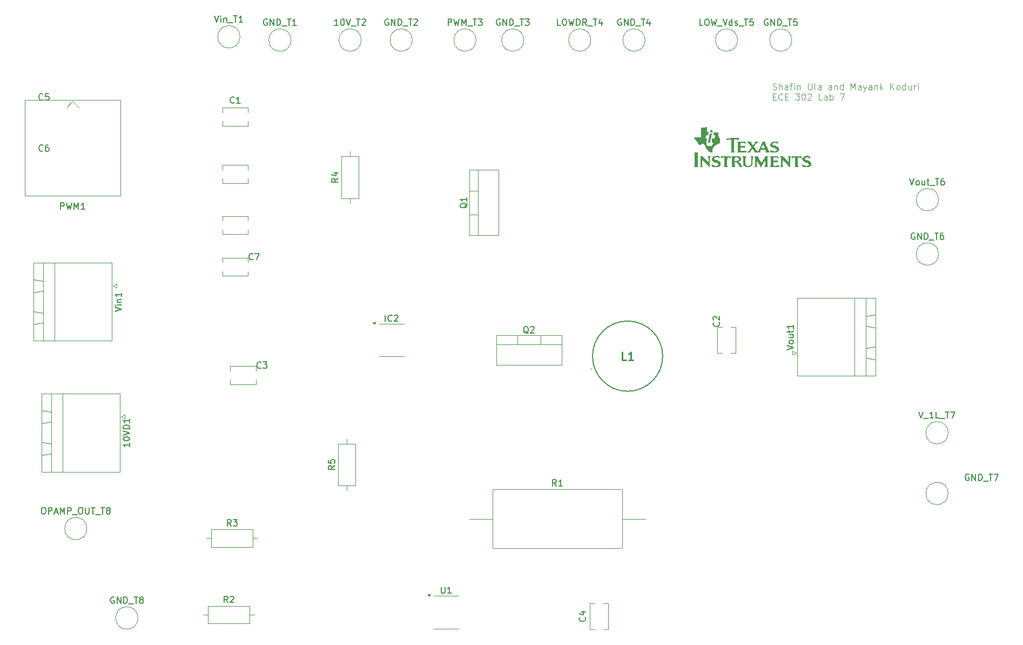
<source format=gto>
%TF.GenerationSoftware,KiCad,Pcbnew,9.0.4*%
%TF.CreationDate,2025-10-14T11:36:06-05:00*%
%TF.ProjectId,Prelab7,5072656c-6162-4372-9e6b-696361645f70,rev?*%
%TF.SameCoordinates,Original*%
%TF.FileFunction,Legend,Top*%
%TF.FilePolarity,Positive*%
%FSLAX46Y46*%
G04 Gerber Fmt 4.6, Leading zero omitted, Abs format (unit mm)*
G04 Created by KiCad (PCBNEW 9.0.4) date 2025-10-14 11:36:06*
%MOMM*%
%LPD*%
G01*
G04 APERTURE LIST*
%ADD10C,0.100000*%
%ADD11C,0.150000*%
%ADD12C,0.254000*%
%ADD13C,0.000000*%
%ADD14C,0.120000*%
%ADD15C,0.200000*%
G04 APERTURE END LIST*
D10*
X170756265Y-65214856D02*
X170899122Y-65262475D01*
X170899122Y-65262475D02*
X171137217Y-65262475D01*
X171137217Y-65262475D02*
X171232455Y-65214856D01*
X171232455Y-65214856D02*
X171280074Y-65167236D01*
X171280074Y-65167236D02*
X171327693Y-65071998D01*
X171327693Y-65071998D02*
X171327693Y-64976760D01*
X171327693Y-64976760D02*
X171280074Y-64881522D01*
X171280074Y-64881522D02*
X171232455Y-64833903D01*
X171232455Y-64833903D02*
X171137217Y-64786284D01*
X171137217Y-64786284D02*
X170946741Y-64738665D01*
X170946741Y-64738665D02*
X170851503Y-64691046D01*
X170851503Y-64691046D02*
X170803884Y-64643427D01*
X170803884Y-64643427D02*
X170756265Y-64548189D01*
X170756265Y-64548189D02*
X170756265Y-64452951D01*
X170756265Y-64452951D02*
X170803884Y-64357713D01*
X170803884Y-64357713D02*
X170851503Y-64310094D01*
X170851503Y-64310094D02*
X170946741Y-64262475D01*
X170946741Y-64262475D02*
X171184836Y-64262475D01*
X171184836Y-64262475D02*
X171327693Y-64310094D01*
X171756265Y-65262475D02*
X171756265Y-64262475D01*
X172184836Y-65262475D02*
X172184836Y-64738665D01*
X172184836Y-64738665D02*
X172137217Y-64643427D01*
X172137217Y-64643427D02*
X172041979Y-64595808D01*
X172041979Y-64595808D02*
X171899122Y-64595808D01*
X171899122Y-64595808D02*
X171803884Y-64643427D01*
X171803884Y-64643427D02*
X171756265Y-64691046D01*
X173089598Y-65262475D02*
X173089598Y-64738665D01*
X173089598Y-64738665D02*
X173041979Y-64643427D01*
X173041979Y-64643427D02*
X172946741Y-64595808D01*
X172946741Y-64595808D02*
X172756265Y-64595808D01*
X172756265Y-64595808D02*
X172661027Y-64643427D01*
X173089598Y-65214856D02*
X172994360Y-65262475D01*
X172994360Y-65262475D02*
X172756265Y-65262475D01*
X172756265Y-65262475D02*
X172661027Y-65214856D01*
X172661027Y-65214856D02*
X172613408Y-65119617D01*
X172613408Y-65119617D02*
X172613408Y-65024379D01*
X172613408Y-65024379D02*
X172661027Y-64929141D01*
X172661027Y-64929141D02*
X172756265Y-64881522D01*
X172756265Y-64881522D02*
X172994360Y-64881522D01*
X172994360Y-64881522D02*
X173089598Y-64833903D01*
X173422932Y-64595808D02*
X173803884Y-64595808D01*
X173565789Y-65262475D02*
X173565789Y-64405332D01*
X173565789Y-64405332D02*
X173613408Y-64310094D01*
X173613408Y-64310094D02*
X173708646Y-64262475D01*
X173708646Y-64262475D02*
X173803884Y-64262475D01*
X174137218Y-65262475D02*
X174137218Y-64595808D01*
X174137218Y-64262475D02*
X174089599Y-64310094D01*
X174089599Y-64310094D02*
X174137218Y-64357713D01*
X174137218Y-64357713D02*
X174184837Y-64310094D01*
X174184837Y-64310094D02*
X174137218Y-64262475D01*
X174137218Y-64262475D02*
X174137218Y-64357713D01*
X174613408Y-64595808D02*
X174613408Y-65262475D01*
X174613408Y-64691046D02*
X174661027Y-64643427D01*
X174661027Y-64643427D02*
X174756265Y-64595808D01*
X174756265Y-64595808D02*
X174899122Y-64595808D01*
X174899122Y-64595808D02*
X174994360Y-64643427D01*
X174994360Y-64643427D02*
X175041979Y-64738665D01*
X175041979Y-64738665D02*
X175041979Y-65262475D01*
X176280075Y-64262475D02*
X176280075Y-65071998D01*
X176280075Y-65071998D02*
X176327694Y-65167236D01*
X176327694Y-65167236D02*
X176375313Y-65214856D01*
X176375313Y-65214856D02*
X176470551Y-65262475D01*
X176470551Y-65262475D02*
X176661027Y-65262475D01*
X176661027Y-65262475D02*
X176756265Y-65214856D01*
X176756265Y-65214856D02*
X176803884Y-65167236D01*
X176803884Y-65167236D02*
X176851503Y-65071998D01*
X176851503Y-65071998D02*
X176851503Y-64262475D01*
X177470551Y-65262475D02*
X177375313Y-65214856D01*
X177375313Y-65214856D02*
X177327694Y-65119617D01*
X177327694Y-65119617D02*
X177327694Y-64262475D01*
X178280075Y-65262475D02*
X178280075Y-64738665D01*
X178280075Y-64738665D02*
X178232456Y-64643427D01*
X178232456Y-64643427D02*
X178137218Y-64595808D01*
X178137218Y-64595808D02*
X177946742Y-64595808D01*
X177946742Y-64595808D02*
X177851504Y-64643427D01*
X178280075Y-65214856D02*
X178184837Y-65262475D01*
X178184837Y-65262475D02*
X177946742Y-65262475D01*
X177946742Y-65262475D02*
X177851504Y-65214856D01*
X177851504Y-65214856D02*
X177803885Y-65119617D01*
X177803885Y-65119617D02*
X177803885Y-65024379D01*
X177803885Y-65024379D02*
X177851504Y-64929141D01*
X177851504Y-64929141D02*
X177946742Y-64881522D01*
X177946742Y-64881522D02*
X178184837Y-64881522D01*
X178184837Y-64881522D02*
X178280075Y-64833903D01*
X179946742Y-65262475D02*
X179946742Y-64738665D01*
X179946742Y-64738665D02*
X179899123Y-64643427D01*
X179899123Y-64643427D02*
X179803885Y-64595808D01*
X179803885Y-64595808D02*
X179613409Y-64595808D01*
X179613409Y-64595808D02*
X179518171Y-64643427D01*
X179946742Y-65214856D02*
X179851504Y-65262475D01*
X179851504Y-65262475D02*
X179613409Y-65262475D01*
X179613409Y-65262475D02*
X179518171Y-65214856D01*
X179518171Y-65214856D02*
X179470552Y-65119617D01*
X179470552Y-65119617D02*
X179470552Y-65024379D01*
X179470552Y-65024379D02*
X179518171Y-64929141D01*
X179518171Y-64929141D02*
X179613409Y-64881522D01*
X179613409Y-64881522D02*
X179851504Y-64881522D01*
X179851504Y-64881522D02*
X179946742Y-64833903D01*
X180422933Y-64595808D02*
X180422933Y-65262475D01*
X180422933Y-64691046D02*
X180470552Y-64643427D01*
X180470552Y-64643427D02*
X180565790Y-64595808D01*
X180565790Y-64595808D02*
X180708647Y-64595808D01*
X180708647Y-64595808D02*
X180803885Y-64643427D01*
X180803885Y-64643427D02*
X180851504Y-64738665D01*
X180851504Y-64738665D02*
X180851504Y-65262475D01*
X181756266Y-65262475D02*
X181756266Y-64262475D01*
X181756266Y-65214856D02*
X181661028Y-65262475D01*
X181661028Y-65262475D02*
X181470552Y-65262475D01*
X181470552Y-65262475D02*
X181375314Y-65214856D01*
X181375314Y-65214856D02*
X181327695Y-65167236D01*
X181327695Y-65167236D02*
X181280076Y-65071998D01*
X181280076Y-65071998D02*
X181280076Y-64786284D01*
X181280076Y-64786284D02*
X181327695Y-64691046D01*
X181327695Y-64691046D02*
X181375314Y-64643427D01*
X181375314Y-64643427D02*
X181470552Y-64595808D01*
X181470552Y-64595808D02*
X181661028Y-64595808D01*
X181661028Y-64595808D02*
X181756266Y-64643427D01*
X182994362Y-65262475D02*
X182994362Y-64262475D01*
X182994362Y-64262475D02*
X183327695Y-64976760D01*
X183327695Y-64976760D02*
X183661028Y-64262475D01*
X183661028Y-64262475D02*
X183661028Y-65262475D01*
X184565790Y-65262475D02*
X184565790Y-64738665D01*
X184565790Y-64738665D02*
X184518171Y-64643427D01*
X184518171Y-64643427D02*
X184422933Y-64595808D01*
X184422933Y-64595808D02*
X184232457Y-64595808D01*
X184232457Y-64595808D02*
X184137219Y-64643427D01*
X184565790Y-65214856D02*
X184470552Y-65262475D01*
X184470552Y-65262475D02*
X184232457Y-65262475D01*
X184232457Y-65262475D02*
X184137219Y-65214856D01*
X184137219Y-65214856D02*
X184089600Y-65119617D01*
X184089600Y-65119617D02*
X184089600Y-65024379D01*
X184089600Y-65024379D02*
X184137219Y-64929141D01*
X184137219Y-64929141D02*
X184232457Y-64881522D01*
X184232457Y-64881522D02*
X184470552Y-64881522D01*
X184470552Y-64881522D02*
X184565790Y-64833903D01*
X184946743Y-64595808D02*
X185184838Y-65262475D01*
X185422933Y-64595808D02*
X185184838Y-65262475D01*
X185184838Y-65262475D02*
X185089600Y-65500570D01*
X185089600Y-65500570D02*
X185041981Y-65548189D01*
X185041981Y-65548189D02*
X184946743Y-65595808D01*
X186232457Y-65262475D02*
X186232457Y-64738665D01*
X186232457Y-64738665D02*
X186184838Y-64643427D01*
X186184838Y-64643427D02*
X186089600Y-64595808D01*
X186089600Y-64595808D02*
X185899124Y-64595808D01*
X185899124Y-64595808D02*
X185803886Y-64643427D01*
X186232457Y-65214856D02*
X186137219Y-65262475D01*
X186137219Y-65262475D02*
X185899124Y-65262475D01*
X185899124Y-65262475D02*
X185803886Y-65214856D01*
X185803886Y-65214856D02*
X185756267Y-65119617D01*
X185756267Y-65119617D02*
X185756267Y-65024379D01*
X185756267Y-65024379D02*
X185803886Y-64929141D01*
X185803886Y-64929141D02*
X185899124Y-64881522D01*
X185899124Y-64881522D02*
X186137219Y-64881522D01*
X186137219Y-64881522D02*
X186232457Y-64833903D01*
X186708648Y-64595808D02*
X186708648Y-65262475D01*
X186708648Y-64691046D02*
X186756267Y-64643427D01*
X186756267Y-64643427D02*
X186851505Y-64595808D01*
X186851505Y-64595808D02*
X186994362Y-64595808D01*
X186994362Y-64595808D02*
X187089600Y-64643427D01*
X187089600Y-64643427D02*
X187137219Y-64738665D01*
X187137219Y-64738665D02*
X187137219Y-65262475D01*
X187613410Y-65262475D02*
X187613410Y-64262475D01*
X187708648Y-64881522D02*
X187994362Y-65262475D01*
X187994362Y-64595808D02*
X187613410Y-64976760D01*
X189184839Y-65262475D02*
X189184839Y-64262475D01*
X189756267Y-65262475D02*
X189327696Y-64691046D01*
X189756267Y-64262475D02*
X189184839Y-64833903D01*
X190327696Y-65262475D02*
X190232458Y-65214856D01*
X190232458Y-65214856D02*
X190184839Y-65167236D01*
X190184839Y-65167236D02*
X190137220Y-65071998D01*
X190137220Y-65071998D02*
X190137220Y-64786284D01*
X190137220Y-64786284D02*
X190184839Y-64691046D01*
X190184839Y-64691046D02*
X190232458Y-64643427D01*
X190232458Y-64643427D02*
X190327696Y-64595808D01*
X190327696Y-64595808D02*
X190470553Y-64595808D01*
X190470553Y-64595808D02*
X190565791Y-64643427D01*
X190565791Y-64643427D02*
X190613410Y-64691046D01*
X190613410Y-64691046D02*
X190661029Y-64786284D01*
X190661029Y-64786284D02*
X190661029Y-65071998D01*
X190661029Y-65071998D02*
X190613410Y-65167236D01*
X190613410Y-65167236D02*
X190565791Y-65214856D01*
X190565791Y-65214856D02*
X190470553Y-65262475D01*
X190470553Y-65262475D02*
X190327696Y-65262475D01*
X191518172Y-65262475D02*
X191518172Y-64262475D01*
X191518172Y-65214856D02*
X191422934Y-65262475D01*
X191422934Y-65262475D02*
X191232458Y-65262475D01*
X191232458Y-65262475D02*
X191137220Y-65214856D01*
X191137220Y-65214856D02*
X191089601Y-65167236D01*
X191089601Y-65167236D02*
X191041982Y-65071998D01*
X191041982Y-65071998D02*
X191041982Y-64786284D01*
X191041982Y-64786284D02*
X191089601Y-64691046D01*
X191089601Y-64691046D02*
X191137220Y-64643427D01*
X191137220Y-64643427D02*
X191232458Y-64595808D01*
X191232458Y-64595808D02*
X191422934Y-64595808D01*
X191422934Y-64595808D02*
X191518172Y-64643427D01*
X192422934Y-64595808D02*
X192422934Y-65262475D01*
X191994363Y-64595808D02*
X191994363Y-65119617D01*
X191994363Y-65119617D02*
X192041982Y-65214856D01*
X192041982Y-65214856D02*
X192137220Y-65262475D01*
X192137220Y-65262475D02*
X192280077Y-65262475D01*
X192280077Y-65262475D02*
X192375315Y-65214856D01*
X192375315Y-65214856D02*
X192422934Y-65167236D01*
X192899125Y-65262475D02*
X192899125Y-64595808D01*
X192899125Y-64786284D02*
X192946744Y-64691046D01*
X192946744Y-64691046D02*
X192994363Y-64643427D01*
X192994363Y-64643427D02*
X193089601Y-64595808D01*
X193089601Y-64595808D02*
X193184839Y-64595808D01*
X193518173Y-65262475D02*
X193518173Y-64595808D01*
X193518173Y-64262475D02*
X193470554Y-64310094D01*
X193470554Y-64310094D02*
X193518173Y-64357713D01*
X193518173Y-64357713D02*
X193565792Y-64310094D01*
X193565792Y-64310094D02*
X193518173Y-64262475D01*
X193518173Y-64262475D02*
X193518173Y-64357713D01*
X170803884Y-66348609D02*
X171137217Y-66348609D01*
X171280074Y-66872419D02*
X170803884Y-66872419D01*
X170803884Y-66872419D02*
X170803884Y-65872419D01*
X170803884Y-65872419D02*
X171280074Y-65872419D01*
X172280074Y-66777180D02*
X172232455Y-66824800D01*
X172232455Y-66824800D02*
X172089598Y-66872419D01*
X172089598Y-66872419D02*
X171994360Y-66872419D01*
X171994360Y-66872419D02*
X171851503Y-66824800D01*
X171851503Y-66824800D02*
X171756265Y-66729561D01*
X171756265Y-66729561D02*
X171708646Y-66634323D01*
X171708646Y-66634323D02*
X171661027Y-66443847D01*
X171661027Y-66443847D02*
X171661027Y-66300990D01*
X171661027Y-66300990D02*
X171708646Y-66110514D01*
X171708646Y-66110514D02*
X171756265Y-66015276D01*
X171756265Y-66015276D02*
X171851503Y-65920038D01*
X171851503Y-65920038D02*
X171994360Y-65872419D01*
X171994360Y-65872419D02*
X172089598Y-65872419D01*
X172089598Y-65872419D02*
X172232455Y-65920038D01*
X172232455Y-65920038D02*
X172280074Y-65967657D01*
X172708646Y-66348609D02*
X173041979Y-66348609D01*
X173184836Y-66872419D02*
X172708646Y-66872419D01*
X172708646Y-66872419D02*
X172708646Y-65872419D01*
X172708646Y-65872419D02*
X173184836Y-65872419D01*
X174280075Y-65872419D02*
X174899122Y-65872419D01*
X174899122Y-65872419D02*
X174565789Y-66253371D01*
X174565789Y-66253371D02*
X174708646Y-66253371D01*
X174708646Y-66253371D02*
X174803884Y-66300990D01*
X174803884Y-66300990D02*
X174851503Y-66348609D01*
X174851503Y-66348609D02*
X174899122Y-66443847D01*
X174899122Y-66443847D02*
X174899122Y-66681942D01*
X174899122Y-66681942D02*
X174851503Y-66777180D01*
X174851503Y-66777180D02*
X174803884Y-66824800D01*
X174803884Y-66824800D02*
X174708646Y-66872419D01*
X174708646Y-66872419D02*
X174422932Y-66872419D01*
X174422932Y-66872419D02*
X174327694Y-66824800D01*
X174327694Y-66824800D02*
X174280075Y-66777180D01*
X175518170Y-65872419D02*
X175613408Y-65872419D01*
X175613408Y-65872419D02*
X175708646Y-65920038D01*
X175708646Y-65920038D02*
X175756265Y-65967657D01*
X175756265Y-65967657D02*
X175803884Y-66062895D01*
X175803884Y-66062895D02*
X175851503Y-66253371D01*
X175851503Y-66253371D02*
X175851503Y-66491466D01*
X175851503Y-66491466D02*
X175803884Y-66681942D01*
X175803884Y-66681942D02*
X175756265Y-66777180D01*
X175756265Y-66777180D02*
X175708646Y-66824800D01*
X175708646Y-66824800D02*
X175613408Y-66872419D01*
X175613408Y-66872419D02*
X175518170Y-66872419D01*
X175518170Y-66872419D02*
X175422932Y-66824800D01*
X175422932Y-66824800D02*
X175375313Y-66777180D01*
X175375313Y-66777180D02*
X175327694Y-66681942D01*
X175327694Y-66681942D02*
X175280075Y-66491466D01*
X175280075Y-66491466D02*
X175280075Y-66253371D01*
X175280075Y-66253371D02*
X175327694Y-66062895D01*
X175327694Y-66062895D02*
X175375313Y-65967657D01*
X175375313Y-65967657D02*
X175422932Y-65920038D01*
X175422932Y-65920038D02*
X175518170Y-65872419D01*
X176232456Y-65967657D02*
X176280075Y-65920038D01*
X176280075Y-65920038D02*
X176375313Y-65872419D01*
X176375313Y-65872419D02*
X176613408Y-65872419D01*
X176613408Y-65872419D02*
X176708646Y-65920038D01*
X176708646Y-65920038D02*
X176756265Y-65967657D01*
X176756265Y-65967657D02*
X176803884Y-66062895D01*
X176803884Y-66062895D02*
X176803884Y-66158133D01*
X176803884Y-66158133D02*
X176756265Y-66300990D01*
X176756265Y-66300990D02*
X176184837Y-66872419D01*
X176184837Y-66872419D02*
X176803884Y-66872419D01*
X178470551Y-66872419D02*
X177994361Y-66872419D01*
X177994361Y-66872419D02*
X177994361Y-65872419D01*
X179232456Y-66872419D02*
X179232456Y-66348609D01*
X179232456Y-66348609D02*
X179184837Y-66253371D01*
X179184837Y-66253371D02*
X179089599Y-66205752D01*
X179089599Y-66205752D02*
X178899123Y-66205752D01*
X178899123Y-66205752D02*
X178803885Y-66253371D01*
X179232456Y-66824800D02*
X179137218Y-66872419D01*
X179137218Y-66872419D02*
X178899123Y-66872419D01*
X178899123Y-66872419D02*
X178803885Y-66824800D01*
X178803885Y-66824800D02*
X178756266Y-66729561D01*
X178756266Y-66729561D02*
X178756266Y-66634323D01*
X178756266Y-66634323D02*
X178803885Y-66539085D01*
X178803885Y-66539085D02*
X178899123Y-66491466D01*
X178899123Y-66491466D02*
X179137218Y-66491466D01*
X179137218Y-66491466D02*
X179232456Y-66443847D01*
X179708647Y-66872419D02*
X179708647Y-65872419D01*
X179708647Y-66253371D02*
X179803885Y-66205752D01*
X179803885Y-66205752D02*
X179994361Y-66205752D01*
X179994361Y-66205752D02*
X180089599Y-66253371D01*
X180089599Y-66253371D02*
X180137218Y-66300990D01*
X180137218Y-66300990D02*
X180184837Y-66396228D01*
X180184837Y-66396228D02*
X180184837Y-66681942D01*
X180184837Y-66681942D02*
X180137218Y-66777180D01*
X180137218Y-66777180D02*
X180089599Y-66824800D01*
X180089599Y-66824800D02*
X179994361Y-66872419D01*
X179994361Y-66872419D02*
X179803885Y-66872419D01*
X179803885Y-66872419D02*
X179708647Y-66824800D01*
X181280076Y-65872419D02*
X181946742Y-65872419D01*
X181946742Y-65872419D02*
X181518171Y-66872419D01*
D11*
X67499999Y-144752438D02*
X67404761Y-144704819D01*
X67404761Y-144704819D02*
X67261904Y-144704819D01*
X67261904Y-144704819D02*
X67119047Y-144752438D01*
X67119047Y-144752438D02*
X67023809Y-144847676D01*
X67023809Y-144847676D02*
X66976190Y-144942914D01*
X66976190Y-144942914D02*
X66928571Y-145133390D01*
X66928571Y-145133390D02*
X66928571Y-145276247D01*
X66928571Y-145276247D02*
X66976190Y-145466723D01*
X66976190Y-145466723D02*
X67023809Y-145561961D01*
X67023809Y-145561961D02*
X67119047Y-145657200D01*
X67119047Y-145657200D02*
X67261904Y-145704819D01*
X67261904Y-145704819D02*
X67357142Y-145704819D01*
X67357142Y-145704819D02*
X67499999Y-145657200D01*
X67499999Y-145657200D02*
X67547618Y-145609580D01*
X67547618Y-145609580D02*
X67547618Y-145276247D01*
X67547618Y-145276247D02*
X67357142Y-145276247D01*
X67976190Y-145704819D02*
X67976190Y-144704819D01*
X67976190Y-144704819D02*
X68547618Y-145704819D01*
X68547618Y-145704819D02*
X68547618Y-144704819D01*
X69023809Y-145704819D02*
X69023809Y-144704819D01*
X69023809Y-144704819D02*
X69261904Y-144704819D01*
X69261904Y-144704819D02*
X69404761Y-144752438D01*
X69404761Y-144752438D02*
X69499999Y-144847676D01*
X69499999Y-144847676D02*
X69547618Y-144942914D01*
X69547618Y-144942914D02*
X69595237Y-145133390D01*
X69595237Y-145133390D02*
X69595237Y-145276247D01*
X69595237Y-145276247D02*
X69547618Y-145466723D01*
X69547618Y-145466723D02*
X69499999Y-145561961D01*
X69499999Y-145561961D02*
X69404761Y-145657200D01*
X69404761Y-145657200D02*
X69261904Y-145704819D01*
X69261904Y-145704819D02*
X69023809Y-145704819D01*
X69785714Y-145800057D02*
X70547618Y-145800057D01*
X70642857Y-144704819D02*
X71214285Y-144704819D01*
X70928571Y-145704819D02*
X70928571Y-144704819D01*
X71690476Y-145133390D02*
X71595238Y-145085771D01*
X71595238Y-145085771D02*
X71547619Y-145038152D01*
X71547619Y-145038152D02*
X71500000Y-144942914D01*
X71500000Y-144942914D02*
X71500000Y-144895295D01*
X71500000Y-144895295D02*
X71547619Y-144800057D01*
X71547619Y-144800057D02*
X71595238Y-144752438D01*
X71595238Y-144752438D02*
X71690476Y-144704819D01*
X71690476Y-144704819D02*
X71880952Y-144704819D01*
X71880952Y-144704819D02*
X71976190Y-144752438D01*
X71976190Y-144752438D02*
X72023809Y-144800057D01*
X72023809Y-144800057D02*
X72071428Y-144895295D01*
X72071428Y-144895295D02*
X72071428Y-144942914D01*
X72071428Y-144942914D02*
X72023809Y-145038152D01*
X72023809Y-145038152D02*
X71976190Y-145085771D01*
X71976190Y-145085771D02*
X71880952Y-145133390D01*
X71880952Y-145133390D02*
X71690476Y-145133390D01*
X71690476Y-145133390D02*
X71595238Y-145181009D01*
X71595238Y-145181009D02*
X71547619Y-145228628D01*
X71547619Y-145228628D02*
X71500000Y-145323866D01*
X71500000Y-145323866D02*
X71500000Y-145514342D01*
X71500000Y-145514342D02*
X71547619Y-145609580D01*
X71547619Y-145609580D02*
X71595238Y-145657200D01*
X71595238Y-145657200D02*
X71690476Y-145704819D01*
X71690476Y-145704819D02*
X71880952Y-145704819D01*
X71880952Y-145704819D02*
X71976190Y-145657200D01*
X71976190Y-145657200D02*
X72023809Y-145609580D01*
X72023809Y-145609580D02*
X72071428Y-145514342D01*
X72071428Y-145514342D02*
X72071428Y-145323866D01*
X72071428Y-145323866D02*
X72023809Y-145228628D01*
X72023809Y-145228628D02*
X71976190Y-145181009D01*
X71976190Y-145181009D02*
X71880952Y-145133390D01*
X118813095Y-143149819D02*
X118813095Y-143959342D01*
X118813095Y-143959342D02*
X118860714Y-144054580D01*
X118860714Y-144054580D02*
X118908333Y-144102200D01*
X118908333Y-144102200D02*
X119003571Y-144149819D01*
X119003571Y-144149819D02*
X119194047Y-144149819D01*
X119194047Y-144149819D02*
X119289285Y-144102200D01*
X119289285Y-144102200D02*
X119336904Y-144054580D01*
X119336904Y-144054580D02*
X119384523Y-143959342D01*
X119384523Y-143959342D02*
X119384523Y-143149819D01*
X120384523Y-144149819D02*
X119813095Y-144149819D01*
X120098809Y-144149819D02*
X120098809Y-143149819D01*
X120098809Y-143149819D02*
X120003571Y-143292676D01*
X120003571Y-143292676D02*
X119908333Y-143387914D01*
X119908333Y-143387914D02*
X119813095Y-143435533D01*
X110023810Y-101554819D02*
X110023810Y-100554819D01*
X111071428Y-101459580D02*
X111023809Y-101507200D01*
X111023809Y-101507200D02*
X110880952Y-101554819D01*
X110880952Y-101554819D02*
X110785714Y-101554819D01*
X110785714Y-101554819D02*
X110642857Y-101507200D01*
X110642857Y-101507200D02*
X110547619Y-101411961D01*
X110547619Y-101411961D02*
X110500000Y-101316723D01*
X110500000Y-101316723D02*
X110452381Y-101126247D01*
X110452381Y-101126247D02*
X110452381Y-100983390D01*
X110452381Y-100983390D02*
X110500000Y-100792914D01*
X110500000Y-100792914D02*
X110547619Y-100697676D01*
X110547619Y-100697676D02*
X110642857Y-100602438D01*
X110642857Y-100602438D02*
X110785714Y-100554819D01*
X110785714Y-100554819D02*
X110880952Y-100554819D01*
X110880952Y-100554819D02*
X111023809Y-100602438D01*
X111023809Y-100602438D02*
X111071428Y-100650057D01*
X111452381Y-100650057D02*
X111500000Y-100602438D01*
X111500000Y-100602438D02*
X111595238Y-100554819D01*
X111595238Y-100554819D02*
X111833333Y-100554819D01*
X111833333Y-100554819D02*
X111928571Y-100602438D01*
X111928571Y-100602438D02*
X111976190Y-100650057D01*
X111976190Y-100650057D02*
X112023809Y-100745295D01*
X112023809Y-100745295D02*
X112023809Y-100840533D01*
X112023809Y-100840533D02*
X111976190Y-100983390D01*
X111976190Y-100983390D02*
X111404762Y-101554819D01*
X111404762Y-101554819D02*
X112023809Y-101554819D01*
X90533333Y-108809580D02*
X90485714Y-108857200D01*
X90485714Y-108857200D02*
X90342857Y-108904819D01*
X90342857Y-108904819D02*
X90247619Y-108904819D01*
X90247619Y-108904819D02*
X90104762Y-108857200D01*
X90104762Y-108857200D02*
X90009524Y-108761961D01*
X90009524Y-108761961D02*
X89961905Y-108666723D01*
X89961905Y-108666723D02*
X89914286Y-108476247D01*
X89914286Y-108476247D02*
X89914286Y-108333390D01*
X89914286Y-108333390D02*
X89961905Y-108142914D01*
X89961905Y-108142914D02*
X90009524Y-108047676D01*
X90009524Y-108047676D02*
X90104762Y-107952438D01*
X90104762Y-107952438D02*
X90247619Y-107904819D01*
X90247619Y-107904819D02*
X90342857Y-107904819D01*
X90342857Y-107904819D02*
X90485714Y-107952438D01*
X90485714Y-107952438D02*
X90533333Y-108000057D01*
X90866667Y-107904819D02*
X91485714Y-107904819D01*
X91485714Y-107904819D02*
X91152381Y-108285771D01*
X91152381Y-108285771D02*
X91295238Y-108285771D01*
X91295238Y-108285771D02*
X91390476Y-108333390D01*
X91390476Y-108333390D02*
X91438095Y-108381009D01*
X91438095Y-108381009D02*
X91485714Y-108476247D01*
X91485714Y-108476247D02*
X91485714Y-108714342D01*
X91485714Y-108714342D02*
X91438095Y-108809580D01*
X91438095Y-108809580D02*
X91390476Y-108857200D01*
X91390476Y-108857200D02*
X91295238Y-108904819D01*
X91295238Y-108904819D02*
X91009524Y-108904819D01*
X91009524Y-108904819D02*
X90914286Y-108857200D01*
X90914286Y-108857200D02*
X90866667Y-108809580D01*
X193666666Y-115704819D02*
X193999999Y-116704819D01*
X193999999Y-116704819D02*
X194333332Y-115704819D01*
X194428571Y-116800057D02*
X195190475Y-116800057D01*
X195952380Y-116704819D02*
X195380952Y-116704819D01*
X195666666Y-116704819D02*
X195666666Y-115704819D01*
X195666666Y-115704819D02*
X195571428Y-115847676D01*
X195571428Y-115847676D02*
X195476190Y-115942914D01*
X195476190Y-115942914D02*
X195380952Y-115990533D01*
X196857142Y-116704819D02*
X196380952Y-116704819D01*
X196380952Y-116704819D02*
X196380952Y-115704819D01*
X196952381Y-116800057D02*
X197714285Y-116800057D01*
X197809524Y-115704819D02*
X198380952Y-115704819D01*
X198095238Y-116704819D02*
X198095238Y-115704819D01*
X198619048Y-115704819D02*
X199285714Y-115704819D01*
X199285714Y-115704819D02*
X198857143Y-116704819D01*
X192238095Y-79204819D02*
X192571428Y-80204819D01*
X192571428Y-80204819D02*
X192904761Y-79204819D01*
X193380952Y-80204819D02*
X193285714Y-80157200D01*
X193285714Y-80157200D02*
X193238095Y-80109580D01*
X193238095Y-80109580D02*
X193190476Y-80014342D01*
X193190476Y-80014342D02*
X193190476Y-79728628D01*
X193190476Y-79728628D02*
X193238095Y-79633390D01*
X193238095Y-79633390D02*
X193285714Y-79585771D01*
X193285714Y-79585771D02*
X193380952Y-79538152D01*
X193380952Y-79538152D02*
X193523809Y-79538152D01*
X193523809Y-79538152D02*
X193619047Y-79585771D01*
X193619047Y-79585771D02*
X193666666Y-79633390D01*
X193666666Y-79633390D02*
X193714285Y-79728628D01*
X193714285Y-79728628D02*
X193714285Y-80014342D01*
X193714285Y-80014342D02*
X193666666Y-80109580D01*
X193666666Y-80109580D02*
X193619047Y-80157200D01*
X193619047Y-80157200D02*
X193523809Y-80204819D01*
X193523809Y-80204819D02*
X193380952Y-80204819D01*
X194571428Y-79538152D02*
X194571428Y-80204819D01*
X194142857Y-79538152D02*
X194142857Y-80061961D01*
X194142857Y-80061961D02*
X194190476Y-80157200D01*
X194190476Y-80157200D02*
X194285714Y-80204819D01*
X194285714Y-80204819D02*
X194428571Y-80204819D01*
X194428571Y-80204819D02*
X194523809Y-80157200D01*
X194523809Y-80157200D02*
X194571428Y-80109580D01*
X194904762Y-79538152D02*
X195285714Y-79538152D01*
X195047619Y-79204819D02*
X195047619Y-80061961D01*
X195047619Y-80061961D02*
X195095238Y-80157200D01*
X195095238Y-80157200D02*
X195190476Y-80204819D01*
X195190476Y-80204819D02*
X195285714Y-80204819D01*
X195380953Y-80300057D02*
X196142857Y-80300057D01*
X196238096Y-79204819D02*
X196809524Y-79204819D01*
X196523810Y-80204819D02*
X196523810Y-79204819D01*
X197571429Y-79204819D02*
X197380953Y-79204819D01*
X197380953Y-79204819D02*
X197285715Y-79252438D01*
X197285715Y-79252438D02*
X197238096Y-79300057D01*
X197238096Y-79300057D02*
X197142858Y-79442914D01*
X197142858Y-79442914D02*
X197095239Y-79633390D01*
X197095239Y-79633390D02*
X197095239Y-80014342D01*
X197095239Y-80014342D02*
X197142858Y-80109580D01*
X197142858Y-80109580D02*
X197190477Y-80157200D01*
X197190477Y-80157200D02*
X197285715Y-80204819D01*
X197285715Y-80204819D02*
X197476191Y-80204819D01*
X197476191Y-80204819D02*
X197571429Y-80157200D01*
X197571429Y-80157200D02*
X197619048Y-80109580D01*
X197619048Y-80109580D02*
X197666667Y-80014342D01*
X197666667Y-80014342D02*
X197666667Y-79776247D01*
X197666667Y-79776247D02*
X197619048Y-79681009D01*
X197619048Y-79681009D02*
X197571429Y-79633390D01*
X197571429Y-79633390D02*
X197476191Y-79585771D01*
X197476191Y-79585771D02*
X197285715Y-79585771D01*
X197285715Y-79585771D02*
X197190477Y-79633390D01*
X197190477Y-79633390D02*
X197142858Y-79681009D01*
X197142858Y-79681009D02*
X197095239Y-79776247D01*
X172977319Y-105999999D02*
X173977319Y-105666666D01*
X173977319Y-105666666D02*
X172977319Y-105333333D01*
X173977319Y-104857142D02*
X173929700Y-104952380D01*
X173929700Y-104952380D02*
X173882080Y-104999999D01*
X173882080Y-104999999D02*
X173786842Y-105047618D01*
X173786842Y-105047618D02*
X173501128Y-105047618D01*
X173501128Y-105047618D02*
X173405890Y-104999999D01*
X173405890Y-104999999D02*
X173358271Y-104952380D01*
X173358271Y-104952380D02*
X173310652Y-104857142D01*
X173310652Y-104857142D02*
X173310652Y-104714285D01*
X173310652Y-104714285D02*
X173358271Y-104619047D01*
X173358271Y-104619047D02*
X173405890Y-104571428D01*
X173405890Y-104571428D02*
X173501128Y-104523809D01*
X173501128Y-104523809D02*
X173786842Y-104523809D01*
X173786842Y-104523809D02*
X173882080Y-104571428D01*
X173882080Y-104571428D02*
X173929700Y-104619047D01*
X173929700Y-104619047D02*
X173977319Y-104714285D01*
X173977319Y-104714285D02*
X173977319Y-104857142D01*
X173310652Y-103666666D02*
X173977319Y-103666666D01*
X173310652Y-104095237D02*
X173834461Y-104095237D01*
X173834461Y-104095237D02*
X173929700Y-104047618D01*
X173929700Y-104047618D02*
X173977319Y-103952380D01*
X173977319Y-103952380D02*
X173977319Y-103809523D01*
X173977319Y-103809523D02*
X173929700Y-103714285D01*
X173929700Y-103714285D02*
X173882080Y-103666666D01*
X173310652Y-103333332D02*
X173310652Y-102952380D01*
X172977319Y-103190475D02*
X173834461Y-103190475D01*
X173834461Y-103190475D02*
X173929700Y-103142856D01*
X173929700Y-103142856D02*
X173977319Y-103047618D01*
X173977319Y-103047618D02*
X173977319Y-102952380D01*
X173977319Y-102095237D02*
X173977319Y-102666665D01*
X173977319Y-102380951D02*
X172977319Y-102380951D01*
X172977319Y-102380951D02*
X173120176Y-102476189D01*
X173120176Y-102476189D02*
X173215414Y-102571427D01*
X173215414Y-102571427D02*
X173263033Y-102666665D01*
X83238095Y-53704819D02*
X83571428Y-54704819D01*
X83571428Y-54704819D02*
X83904761Y-53704819D01*
X84238095Y-54704819D02*
X84238095Y-54038152D01*
X84238095Y-53704819D02*
X84190476Y-53752438D01*
X84190476Y-53752438D02*
X84238095Y-53800057D01*
X84238095Y-53800057D02*
X84285714Y-53752438D01*
X84285714Y-53752438D02*
X84238095Y-53704819D01*
X84238095Y-53704819D02*
X84238095Y-53800057D01*
X84714285Y-54038152D02*
X84714285Y-54704819D01*
X84714285Y-54133390D02*
X84761904Y-54085771D01*
X84761904Y-54085771D02*
X84857142Y-54038152D01*
X84857142Y-54038152D02*
X84999999Y-54038152D01*
X84999999Y-54038152D02*
X85095237Y-54085771D01*
X85095237Y-54085771D02*
X85142856Y-54181009D01*
X85142856Y-54181009D02*
X85142856Y-54704819D01*
X85380952Y-54800057D02*
X86142856Y-54800057D01*
X86238095Y-53704819D02*
X86809523Y-53704819D01*
X86523809Y-54704819D02*
X86523809Y-53704819D01*
X87666666Y-54704819D02*
X87095238Y-54704819D01*
X87380952Y-54704819D02*
X87380952Y-53704819D01*
X87380952Y-53704819D02*
X87285714Y-53847676D01*
X87285714Y-53847676D02*
X87190476Y-53942914D01*
X87190476Y-53942914D02*
X87095238Y-53990533D01*
X67654819Y-99999999D02*
X68654819Y-99666666D01*
X68654819Y-99666666D02*
X67654819Y-99333333D01*
X68654819Y-98999999D02*
X67988152Y-98999999D01*
X67654819Y-98999999D02*
X67702438Y-99047618D01*
X67702438Y-99047618D02*
X67750057Y-98999999D01*
X67750057Y-98999999D02*
X67702438Y-98952380D01*
X67702438Y-98952380D02*
X67654819Y-98999999D01*
X67654819Y-98999999D02*
X67750057Y-98999999D01*
X67988152Y-98523809D02*
X68654819Y-98523809D01*
X68083390Y-98523809D02*
X68035771Y-98476190D01*
X68035771Y-98476190D02*
X67988152Y-98380952D01*
X67988152Y-98380952D02*
X67988152Y-98238095D01*
X67988152Y-98238095D02*
X68035771Y-98142857D01*
X68035771Y-98142857D02*
X68131009Y-98095238D01*
X68131009Y-98095238D02*
X68654819Y-98095238D01*
X68654819Y-97095238D02*
X68654819Y-97666666D01*
X68654819Y-97380952D02*
X67654819Y-97380952D01*
X67654819Y-97380952D02*
X67797676Y-97476190D01*
X67797676Y-97476190D02*
X67892914Y-97571428D01*
X67892914Y-97571428D02*
X67940533Y-97666666D01*
X102084819Y-124166666D02*
X101608628Y-124499999D01*
X102084819Y-124738094D02*
X101084819Y-124738094D01*
X101084819Y-124738094D02*
X101084819Y-124357142D01*
X101084819Y-124357142D02*
X101132438Y-124261904D01*
X101132438Y-124261904D02*
X101180057Y-124214285D01*
X101180057Y-124214285D02*
X101275295Y-124166666D01*
X101275295Y-124166666D02*
X101418152Y-124166666D01*
X101418152Y-124166666D02*
X101513390Y-124214285D01*
X101513390Y-124214285D02*
X101561009Y-124261904D01*
X101561009Y-124261904D02*
X101608628Y-124357142D01*
X101608628Y-124357142D02*
X101608628Y-124738094D01*
X101084819Y-123261904D02*
X101084819Y-123738094D01*
X101084819Y-123738094D02*
X101561009Y-123785713D01*
X101561009Y-123785713D02*
X101513390Y-123738094D01*
X101513390Y-123738094D02*
X101465771Y-123642856D01*
X101465771Y-123642856D02*
X101465771Y-123404761D01*
X101465771Y-123404761D02*
X101513390Y-123309523D01*
X101513390Y-123309523D02*
X101561009Y-123261904D01*
X101561009Y-123261904D02*
X101656247Y-123214285D01*
X101656247Y-123214285D02*
X101894342Y-123214285D01*
X101894342Y-123214285D02*
X101989580Y-123261904D01*
X101989580Y-123261904D02*
X102037200Y-123309523D01*
X102037200Y-123309523D02*
X102084819Y-123404761D01*
X102084819Y-123404761D02*
X102084819Y-123642856D01*
X102084819Y-123642856D02*
X102037200Y-123738094D01*
X102037200Y-123738094D02*
X101989580Y-123785713D01*
X102584819Y-79166666D02*
X102108628Y-79499999D01*
X102584819Y-79738094D02*
X101584819Y-79738094D01*
X101584819Y-79738094D02*
X101584819Y-79357142D01*
X101584819Y-79357142D02*
X101632438Y-79261904D01*
X101632438Y-79261904D02*
X101680057Y-79214285D01*
X101680057Y-79214285D02*
X101775295Y-79166666D01*
X101775295Y-79166666D02*
X101918152Y-79166666D01*
X101918152Y-79166666D02*
X102013390Y-79214285D01*
X102013390Y-79214285D02*
X102061009Y-79261904D01*
X102061009Y-79261904D02*
X102108628Y-79357142D01*
X102108628Y-79357142D02*
X102108628Y-79738094D01*
X101918152Y-78309523D02*
X102584819Y-78309523D01*
X101537200Y-78547618D02*
X102251485Y-78785713D01*
X102251485Y-78785713D02*
X102251485Y-78166666D01*
X85833333Y-133584819D02*
X85500000Y-133108628D01*
X85261905Y-133584819D02*
X85261905Y-132584819D01*
X85261905Y-132584819D02*
X85642857Y-132584819D01*
X85642857Y-132584819D02*
X85738095Y-132632438D01*
X85738095Y-132632438D02*
X85785714Y-132680057D01*
X85785714Y-132680057D02*
X85833333Y-132775295D01*
X85833333Y-132775295D02*
X85833333Y-132918152D01*
X85833333Y-132918152D02*
X85785714Y-133013390D01*
X85785714Y-133013390D02*
X85738095Y-133061009D01*
X85738095Y-133061009D02*
X85642857Y-133108628D01*
X85642857Y-133108628D02*
X85261905Y-133108628D01*
X86166667Y-132584819D02*
X86785714Y-132584819D01*
X86785714Y-132584819D02*
X86452381Y-132965771D01*
X86452381Y-132965771D02*
X86595238Y-132965771D01*
X86595238Y-132965771D02*
X86690476Y-133013390D01*
X86690476Y-133013390D02*
X86738095Y-133061009D01*
X86738095Y-133061009D02*
X86785714Y-133156247D01*
X86785714Y-133156247D02*
X86785714Y-133394342D01*
X86785714Y-133394342D02*
X86738095Y-133489580D01*
X86738095Y-133489580D02*
X86690476Y-133537200D01*
X86690476Y-133537200D02*
X86595238Y-133584819D01*
X86595238Y-133584819D02*
X86309524Y-133584819D01*
X86309524Y-133584819D02*
X86214286Y-133537200D01*
X86214286Y-133537200D02*
X86166667Y-133489580D01*
X85333333Y-145584819D02*
X85000000Y-145108628D01*
X84761905Y-145584819D02*
X84761905Y-144584819D01*
X84761905Y-144584819D02*
X85142857Y-144584819D01*
X85142857Y-144584819D02*
X85238095Y-144632438D01*
X85238095Y-144632438D02*
X85285714Y-144680057D01*
X85285714Y-144680057D02*
X85333333Y-144775295D01*
X85333333Y-144775295D02*
X85333333Y-144918152D01*
X85333333Y-144918152D02*
X85285714Y-145013390D01*
X85285714Y-145013390D02*
X85238095Y-145061009D01*
X85238095Y-145061009D02*
X85142857Y-145108628D01*
X85142857Y-145108628D02*
X84761905Y-145108628D01*
X85714286Y-144680057D02*
X85761905Y-144632438D01*
X85761905Y-144632438D02*
X85857143Y-144584819D01*
X85857143Y-144584819D02*
X86095238Y-144584819D01*
X86095238Y-144584819D02*
X86190476Y-144632438D01*
X86190476Y-144632438D02*
X86238095Y-144680057D01*
X86238095Y-144680057D02*
X86285714Y-144775295D01*
X86285714Y-144775295D02*
X86285714Y-144870533D01*
X86285714Y-144870533D02*
X86238095Y-145013390D01*
X86238095Y-145013390D02*
X85666667Y-145584819D01*
X85666667Y-145584819D02*
X86285714Y-145584819D01*
X136828333Y-127334819D02*
X136495000Y-126858628D01*
X136256905Y-127334819D02*
X136256905Y-126334819D01*
X136256905Y-126334819D02*
X136637857Y-126334819D01*
X136637857Y-126334819D02*
X136733095Y-126382438D01*
X136733095Y-126382438D02*
X136780714Y-126430057D01*
X136780714Y-126430057D02*
X136828333Y-126525295D01*
X136828333Y-126525295D02*
X136828333Y-126668152D01*
X136828333Y-126668152D02*
X136780714Y-126763390D01*
X136780714Y-126763390D02*
X136733095Y-126811009D01*
X136733095Y-126811009D02*
X136637857Y-126858628D01*
X136637857Y-126858628D02*
X136256905Y-126858628D01*
X137780714Y-127334819D02*
X137209286Y-127334819D01*
X137495000Y-127334819D02*
X137495000Y-126334819D01*
X137495000Y-126334819D02*
X137399762Y-126477676D01*
X137399762Y-126477676D02*
X137304524Y-126572914D01*
X137304524Y-126572914D02*
X137209286Y-126620533D01*
X132444761Y-103450057D02*
X132349523Y-103402438D01*
X132349523Y-103402438D02*
X132254285Y-103307200D01*
X132254285Y-103307200D02*
X132111428Y-103164342D01*
X132111428Y-103164342D02*
X132016190Y-103116723D01*
X132016190Y-103116723D02*
X131920952Y-103116723D01*
X131968571Y-103354819D02*
X131873333Y-103307200D01*
X131873333Y-103307200D02*
X131778095Y-103211961D01*
X131778095Y-103211961D02*
X131730476Y-103021485D01*
X131730476Y-103021485D02*
X131730476Y-102688152D01*
X131730476Y-102688152D02*
X131778095Y-102497676D01*
X131778095Y-102497676D02*
X131873333Y-102402438D01*
X131873333Y-102402438D02*
X131968571Y-102354819D01*
X131968571Y-102354819D02*
X132159047Y-102354819D01*
X132159047Y-102354819D02*
X132254285Y-102402438D01*
X132254285Y-102402438D02*
X132349523Y-102497676D01*
X132349523Y-102497676D02*
X132397142Y-102688152D01*
X132397142Y-102688152D02*
X132397142Y-103021485D01*
X132397142Y-103021485D02*
X132349523Y-103211961D01*
X132349523Y-103211961D02*
X132254285Y-103307200D01*
X132254285Y-103307200D02*
X132159047Y-103354819D01*
X132159047Y-103354819D02*
X131968571Y-103354819D01*
X132778095Y-102450057D02*
X132825714Y-102402438D01*
X132825714Y-102402438D02*
X132920952Y-102354819D01*
X132920952Y-102354819D02*
X133159047Y-102354819D01*
X133159047Y-102354819D02*
X133254285Y-102402438D01*
X133254285Y-102402438D02*
X133301904Y-102450057D01*
X133301904Y-102450057D02*
X133349523Y-102545295D01*
X133349523Y-102545295D02*
X133349523Y-102640533D01*
X133349523Y-102640533D02*
X133301904Y-102783390D01*
X133301904Y-102783390D02*
X132730476Y-103354819D01*
X132730476Y-103354819D02*
X133349523Y-103354819D01*
X122870057Y-83055238D02*
X122822438Y-83150476D01*
X122822438Y-83150476D02*
X122727200Y-83245714D01*
X122727200Y-83245714D02*
X122584342Y-83388571D01*
X122584342Y-83388571D02*
X122536723Y-83483809D01*
X122536723Y-83483809D02*
X122536723Y-83579047D01*
X122774819Y-83531428D02*
X122727200Y-83626666D01*
X122727200Y-83626666D02*
X122631961Y-83721904D01*
X122631961Y-83721904D02*
X122441485Y-83769523D01*
X122441485Y-83769523D02*
X122108152Y-83769523D01*
X122108152Y-83769523D02*
X121917676Y-83721904D01*
X121917676Y-83721904D02*
X121822438Y-83626666D01*
X121822438Y-83626666D02*
X121774819Y-83531428D01*
X121774819Y-83531428D02*
X121774819Y-83340952D01*
X121774819Y-83340952D02*
X121822438Y-83245714D01*
X121822438Y-83245714D02*
X121917676Y-83150476D01*
X121917676Y-83150476D02*
X122108152Y-83102857D01*
X122108152Y-83102857D02*
X122441485Y-83102857D01*
X122441485Y-83102857D02*
X122631961Y-83150476D01*
X122631961Y-83150476D02*
X122727200Y-83245714D01*
X122727200Y-83245714D02*
X122774819Y-83340952D01*
X122774819Y-83340952D02*
X122774819Y-83531428D01*
X122774819Y-82150476D02*
X122774819Y-82721904D01*
X122774819Y-82436190D02*
X121774819Y-82436190D01*
X121774819Y-82436190D02*
X121917676Y-82531428D01*
X121917676Y-82531428D02*
X122012914Y-82626666D01*
X122012914Y-82626666D02*
X122060533Y-82721904D01*
X119857143Y-55204819D02*
X119857143Y-54204819D01*
X119857143Y-54204819D02*
X120238095Y-54204819D01*
X120238095Y-54204819D02*
X120333333Y-54252438D01*
X120333333Y-54252438D02*
X120380952Y-54300057D01*
X120380952Y-54300057D02*
X120428571Y-54395295D01*
X120428571Y-54395295D02*
X120428571Y-54538152D01*
X120428571Y-54538152D02*
X120380952Y-54633390D01*
X120380952Y-54633390D02*
X120333333Y-54681009D01*
X120333333Y-54681009D02*
X120238095Y-54728628D01*
X120238095Y-54728628D02*
X119857143Y-54728628D01*
X120761905Y-54204819D02*
X121000000Y-55204819D01*
X121000000Y-55204819D02*
X121190476Y-54490533D01*
X121190476Y-54490533D02*
X121380952Y-55204819D01*
X121380952Y-55204819D02*
X121619048Y-54204819D01*
X122000000Y-55204819D02*
X122000000Y-54204819D01*
X122000000Y-54204819D02*
X122333333Y-54919104D01*
X122333333Y-54919104D02*
X122666666Y-54204819D01*
X122666666Y-54204819D02*
X122666666Y-55204819D01*
X122904762Y-55300057D02*
X123666666Y-55300057D01*
X123761905Y-54204819D02*
X124333333Y-54204819D01*
X124047619Y-55204819D02*
X124047619Y-54204819D01*
X124571429Y-54204819D02*
X125190476Y-54204819D01*
X125190476Y-54204819D02*
X124857143Y-54585771D01*
X124857143Y-54585771D02*
X125000000Y-54585771D01*
X125000000Y-54585771D02*
X125095238Y-54633390D01*
X125095238Y-54633390D02*
X125142857Y-54681009D01*
X125142857Y-54681009D02*
X125190476Y-54776247D01*
X125190476Y-54776247D02*
X125190476Y-55014342D01*
X125190476Y-55014342D02*
X125142857Y-55109580D01*
X125142857Y-55109580D02*
X125095238Y-55157200D01*
X125095238Y-55157200D02*
X125000000Y-55204819D01*
X125000000Y-55204819D02*
X124714286Y-55204819D01*
X124714286Y-55204819D02*
X124619048Y-55157200D01*
X124619048Y-55157200D02*
X124571429Y-55109580D01*
X59119048Y-84004819D02*
X59119048Y-83004819D01*
X59119048Y-83004819D02*
X59500000Y-83004819D01*
X59500000Y-83004819D02*
X59595238Y-83052438D01*
X59595238Y-83052438D02*
X59642857Y-83100057D01*
X59642857Y-83100057D02*
X59690476Y-83195295D01*
X59690476Y-83195295D02*
X59690476Y-83338152D01*
X59690476Y-83338152D02*
X59642857Y-83433390D01*
X59642857Y-83433390D02*
X59595238Y-83481009D01*
X59595238Y-83481009D02*
X59500000Y-83528628D01*
X59500000Y-83528628D02*
X59119048Y-83528628D01*
X60023810Y-83004819D02*
X60261905Y-84004819D01*
X60261905Y-84004819D02*
X60452381Y-83290533D01*
X60452381Y-83290533D02*
X60642857Y-84004819D01*
X60642857Y-84004819D02*
X60880953Y-83004819D01*
X61261905Y-84004819D02*
X61261905Y-83004819D01*
X61261905Y-83004819D02*
X61595238Y-83719104D01*
X61595238Y-83719104D02*
X61928571Y-83004819D01*
X61928571Y-83004819D02*
X61928571Y-84004819D01*
X62928571Y-84004819D02*
X62357143Y-84004819D01*
X62642857Y-84004819D02*
X62642857Y-83004819D01*
X62642857Y-83004819D02*
X62547619Y-83147676D01*
X62547619Y-83147676D02*
X62452381Y-83242914D01*
X62452381Y-83242914D02*
X62357143Y-83290533D01*
X56357142Y-130704819D02*
X56547618Y-130704819D01*
X56547618Y-130704819D02*
X56642856Y-130752438D01*
X56642856Y-130752438D02*
X56738094Y-130847676D01*
X56738094Y-130847676D02*
X56785713Y-131038152D01*
X56785713Y-131038152D02*
X56785713Y-131371485D01*
X56785713Y-131371485D02*
X56738094Y-131561961D01*
X56738094Y-131561961D02*
X56642856Y-131657200D01*
X56642856Y-131657200D02*
X56547618Y-131704819D01*
X56547618Y-131704819D02*
X56357142Y-131704819D01*
X56357142Y-131704819D02*
X56261904Y-131657200D01*
X56261904Y-131657200D02*
X56166666Y-131561961D01*
X56166666Y-131561961D02*
X56119047Y-131371485D01*
X56119047Y-131371485D02*
X56119047Y-131038152D01*
X56119047Y-131038152D02*
X56166666Y-130847676D01*
X56166666Y-130847676D02*
X56261904Y-130752438D01*
X56261904Y-130752438D02*
X56357142Y-130704819D01*
X57214285Y-131704819D02*
X57214285Y-130704819D01*
X57214285Y-130704819D02*
X57595237Y-130704819D01*
X57595237Y-130704819D02*
X57690475Y-130752438D01*
X57690475Y-130752438D02*
X57738094Y-130800057D01*
X57738094Y-130800057D02*
X57785713Y-130895295D01*
X57785713Y-130895295D02*
X57785713Y-131038152D01*
X57785713Y-131038152D02*
X57738094Y-131133390D01*
X57738094Y-131133390D02*
X57690475Y-131181009D01*
X57690475Y-131181009D02*
X57595237Y-131228628D01*
X57595237Y-131228628D02*
X57214285Y-131228628D01*
X58166666Y-131419104D02*
X58642856Y-131419104D01*
X58071428Y-131704819D02*
X58404761Y-130704819D01*
X58404761Y-130704819D02*
X58738094Y-131704819D01*
X59071428Y-131704819D02*
X59071428Y-130704819D01*
X59071428Y-130704819D02*
X59404761Y-131419104D01*
X59404761Y-131419104D02*
X59738094Y-130704819D01*
X59738094Y-130704819D02*
X59738094Y-131704819D01*
X60214285Y-131704819D02*
X60214285Y-130704819D01*
X60214285Y-130704819D02*
X60595237Y-130704819D01*
X60595237Y-130704819D02*
X60690475Y-130752438D01*
X60690475Y-130752438D02*
X60738094Y-130800057D01*
X60738094Y-130800057D02*
X60785713Y-130895295D01*
X60785713Y-130895295D02*
X60785713Y-131038152D01*
X60785713Y-131038152D02*
X60738094Y-131133390D01*
X60738094Y-131133390D02*
X60690475Y-131181009D01*
X60690475Y-131181009D02*
X60595237Y-131228628D01*
X60595237Y-131228628D02*
X60214285Y-131228628D01*
X60976190Y-131800057D02*
X61738094Y-131800057D01*
X62166666Y-130704819D02*
X62357142Y-130704819D01*
X62357142Y-130704819D02*
X62452380Y-130752438D01*
X62452380Y-130752438D02*
X62547618Y-130847676D01*
X62547618Y-130847676D02*
X62595237Y-131038152D01*
X62595237Y-131038152D02*
X62595237Y-131371485D01*
X62595237Y-131371485D02*
X62547618Y-131561961D01*
X62547618Y-131561961D02*
X62452380Y-131657200D01*
X62452380Y-131657200D02*
X62357142Y-131704819D01*
X62357142Y-131704819D02*
X62166666Y-131704819D01*
X62166666Y-131704819D02*
X62071428Y-131657200D01*
X62071428Y-131657200D02*
X61976190Y-131561961D01*
X61976190Y-131561961D02*
X61928571Y-131371485D01*
X61928571Y-131371485D02*
X61928571Y-131038152D01*
X61928571Y-131038152D02*
X61976190Y-130847676D01*
X61976190Y-130847676D02*
X62071428Y-130752438D01*
X62071428Y-130752438D02*
X62166666Y-130704819D01*
X63023809Y-130704819D02*
X63023809Y-131514342D01*
X63023809Y-131514342D02*
X63071428Y-131609580D01*
X63071428Y-131609580D02*
X63119047Y-131657200D01*
X63119047Y-131657200D02*
X63214285Y-131704819D01*
X63214285Y-131704819D02*
X63404761Y-131704819D01*
X63404761Y-131704819D02*
X63499999Y-131657200D01*
X63499999Y-131657200D02*
X63547618Y-131609580D01*
X63547618Y-131609580D02*
X63595237Y-131514342D01*
X63595237Y-131514342D02*
X63595237Y-130704819D01*
X63928571Y-130704819D02*
X64499999Y-130704819D01*
X64214285Y-131704819D02*
X64214285Y-130704819D01*
X64595238Y-131800057D02*
X65357142Y-131800057D01*
X65452381Y-130704819D02*
X66023809Y-130704819D01*
X65738095Y-131704819D02*
X65738095Y-130704819D01*
X66500000Y-131133390D02*
X66404762Y-131085771D01*
X66404762Y-131085771D02*
X66357143Y-131038152D01*
X66357143Y-131038152D02*
X66309524Y-130942914D01*
X66309524Y-130942914D02*
X66309524Y-130895295D01*
X66309524Y-130895295D02*
X66357143Y-130800057D01*
X66357143Y-130800057D02*
X66404762Y-130752438D01*
X66404762Y-130752438D02*
X66500000Y-130704819D01*
X66500000Y-130704819D02*
X66690476Y-130704819D01*
X66690476Y-130704819D02*
X66785714Y-130752438D01*
X66785714Y-130752438D02*
X66833333Y-130800057D01*
X66833333Y-130800057D02*
X66880952Y-130895295D01*
X66880952Y-130895295D02*
X66880952Y-130942914D01*
X66880952Y-130942914D02*
X66833333Y-131038152D01*
X66833333Y-131038152D02*
X66785714Y-131085771D01*
X66785714Y-131085771D02*
X66690476Y-131133390D01*
X66690476Y-131133390D02*
X66500000Y-131133390D01*
X66500000Y-131133390D02*
X66404762Y-131181009D01*
X66404762Y-131181009D02*
X66357143Y-131228628D01*
X66357143Y-131228628D02*
X66309524Y-131323866D01*
X66309524Y-131323866D02*
X66309524Y-131514342D01*
X66309524Y-131514342D02*
X66357143Y-131609580D01*
X66357143Y-131609580D02*
X66404762Y-131657200D01*
X66404762Y-131657200D02*
X66500000Y-131704819D01*
X66500000Y-131704819D02*
X66690476Y-131704819D01*
X66690476Y-131704819D02*
X66785714Y-131657200D01*
X66785714Y-131657200D02*
X66833333Y-131609580D01*
X66833333Y-131609580D02*
X66880952Y-131514342D01*
X66880952Y-131514342D02*
X66880952Y-131323866D01*
X66880952Y-131323866D02*
X66833333Y-131228628D01*
X66833333Y-131228628D02*
X66785714Y-131181009D01*
X66785714Y-131181009D02*
X66690476Y-131133390D01*
X159809523Y-55204819D02*
X159333333Y-55204819D01*
X159333333Y-55204819D02*
X159333333Y-54204819D01*
X160333333Y-54204819D02*
X160523809Y-54204819D01*
X160523809Y-54204819D02*
X160619047Y-54252438D01*
X160619047Y-54252438D02*
X160714285Y-54347676D01*
X160714285Y-54347676D02*
X160761904Y-54538152D01*
X160761904Y-54538152D02*
X160761904Y-54871485D01*
X160761904Y-54871485D02*
X160714285Y-55061961D01*
X160714285Y-55061961D02*
X160619047Y-55157200D01*
X160619047Y-55157200D02*
X160523809Y-55204819D01*
X160523809Y-55204819D02*
X160333333Y-55204819D01*
X160333333Y-55204819D02*
X160238095Y-55157200D01*
X160238095Y-55157200D02*
X160142857Y-55061961D01*
X160142857Y-55061961D02*
X160095238Y-54871485D01*
X160095238Y-54871485D02*
X160095238Y-54538152D01*
X160095238Y-54538152D02*
X160142857Y-54347676D01*
X160142857Y-54347676D02*
X160238095Y-54252438D01*
X160238095Y-54252438D02*
X160333333Y-54204819D01*
X161095238Y-54204819D02*
X161333333Y-55204819D01*
X161333333Y-55204819D02*
X161523809Y-54490533D01*
X161523809Y-54490533D02*
X161714285Y-55204819D01*
X161714285Y-55204819D02*
X161952381Y-54204819D01*
X162095238Y-55300057D02*
X162857142Y-55300057D01*
X162952381Y-54204819D02*
X163285714Y-55204819D01*
X163285714Y-55204819D02*
X163619047Y-54204819D01*
X164380952Y-55204819D02*
X164380952Y-54204819D01*
X164380952Y-55157200D02*
X164285714Y-55204819D01*
X164285714Y-55204819D02*
X164095238Y-55204819D01*
X164095238Y-55204819D02*
X164000000Y-55157200D01*
X164000000Y-55157200D02*
X163952381Y-55109580D01*
X163952381Y-55109580D02*
X163904762Y-55014342D01*
X163904762Y-55014342D02*
X163904762Y-54728628D01*
X163904762Y-54728628D02*
X163952381Y-54633390D01*
X163952381Y-54633390D02*
X164000000Y-54585771D01*
X164000000Y-54585771D02*
X164095238Y-54538152D01*
X164095238Y-54538152D02*
X164285714Y-54538152D01*
X164285714Y-54538152D02*
X164380952Y-54585771D01*
X164809524Y-55157200D02*
X164904762Y-55204819D01*
X164904762Y-55204819D02*
X165095238Y-55204819D01*
X165095238Y-55204819D02*
X165190476Y-55157200D01*
X165190476Y-55157200D02*
X165238095Y-55061961D01*
X165238095Y-55061961D02*
X165238095Y-55014342D01*
X165238095Y-55014342D02*
X165190476Y-54919104D01*
X165190476Y-54919104D02*
X165095238Y-54871485D01*
X165095238Y-54871485D02*
X164952381Y-54871485D01*
X164952381Y-54871485D02*
X164857143Y-54823866D01*
X164857143Y-54823866D02*
X164809524Y-54728628D01*
X164809524Y-54728628D02*
X164809524Y-54681009D01*
X164809524Y-54681009D02*
X164857143Y-54585771D01*
X164857143Y-54585771D02*
X164952381Y-54538152D01*
X164952381Y-54538152D02*
X165095238Y-54538152D01*
X165095238Y-54538152D02*
X165190476Y-54585771D01*
X165428572Y-55300057D02*
X166190476Y-55300057D01*
X166285715Y-54204819D02*
X166857143Y-54204819D01*
X166571429Y-55204819D02*
X166571429Y-54204819D01*
X167666667Y-54204819D02*
X167190477Y-54204819D01*
X167190477Y-54204819D02*
X167142858Y-54681009D01*
X167142858Y-54681009D02*
X167190477Y-54633390D01*
X167190477Y-54633390D02*
X167285715Y-54585771D01*
X167285715Y-54585771D02*
X167523810Y-54585771D01*
X167523810Y-54585771D02*
X167619048Y-54633390D01*
X167619048Y-54633390D02*
X167666667Y-54681009D01*
X167666667Y-54681009D02*
X167714286Y-54776247D01*
X167714286Y-54776247D02*
X167714286Y-55014342D01*
X167714286Y-55014342D02*
X167666667Y-55109580D01*
X167666667Y-55109580D02*
X167619048Y-55157200D01*
X167619048Y-55157200D02*
X167523810Y-55204819D01*
X167523810Y-55204819D02*
X167285715Y-55204819D01*
X167285715Y-55204819D02*
X167190477Y-55157200D01*
X167190477Y-55157200D02*
X167142858Y-55109580D01*
X137476190Y-55204819D02*
X137000000Y-55204819D01*
X137000000Y-55204819D02*
X137000000Y-54204819D01*
X138000000Y-54204819D02*
X138190476Y-54204819D01*
X138190476Y-54204819D02*
X138285714Y-54252438D01*
X138285714Y-54252438D02*
X138380952Y-54347676D01*
X138380952Y-54347676D02*
X138428571Y-54538152D01*
X138428571Y-54538152D02*
X138428571Y-54871485D01*
X138428571Y-54871485D02*
X138380952Y-55061961D01*
X138380952Y-55061961D02*
X138285714Y-55157200D01*
X138285714Y-55157200D02*
X138190476Y-55204819D01*
X138190476Y-55204819D02*
X138000000Y-55204819D01*
X138000000Y-55204819D02*
X137904762Y-55157200D01*
X137904762Y-55157200D02*
X137809524Y-55061961D01*
X137809524Y-55061961D02*
X137761905Y-54871485D01*
X137761905Y-54871485D02*
X137761905Y-54538152D01*
X137761905Y-54538152D02*
X137809524Y-54347676D01*
X137809524Y-54347676D02*
X137904762Y-54252438D01*
X137904762Y-54252438D02*
X138000000Y-54204819D01*
X138761905Y-54204819D02*
X139000000Y-55204819D01*
X139000000Y-55204819D02*
X139190476Y-54490533D01*
X139190476Y-54490533D02*
X139380952Y-55204819D01*
X139380952Y-55204819D02*
X139619048Y-54204819D01*
X140000000Y-55204819D02*
X140000000Y-54204819D01*
X140000000Y-54204819D02*
X140238095Y-54204819D01*
X140238095Y-54204819D02*
X140380952Y-54252438D01*
X140380952Y-54252438D02*
X140476190Y-54347676D01*
X140476190Y-54347676D02*
X140523809Y-54442914D01*
X140523809Y-54442914D02*
X140571428Y-54633390D01*
X140571428Y-54633390D02*
X140571428Y-54776247D01*
X140571428Y-54776247D02*
X140523809Y-54966723D01*
X140523809Y-54966723D02*
X140476190Y-55061961D01*
X140476190Y-55061961D02*
X140380952Y-55157200D01*
X140380952Y-55157200D02*
X140238095Y-55204819D01*
X140238095Y-55204819D02*
X140000000Y-55204819D01*
X141571428Y-55204819D02*
X141238095Y-54728628D01*
X141000000Y-55204819D02*
X141000000Y-54204819D01*
X141000000Y-54204819D02*
X141380952Y-54204819D01*
X141380952Y-54204819D02*
X141476190Y-54252438D01*
X141476190Y-54252438D02*
X141523809Y-54300057D01*
X141523809Y-54300057D02*
X141571428Y-54395295D01*
X141571428Y-54395295D02*
X141571428Y-54538152D01*
X141571428Y-54538152D02*
X141523809Y-54633390D01*
X141523809Y-54633390D02*
X141476190Y-54681009D01*
X141476190Y-54681009D02*
X141380952Y-54728628D01*
X141380952Y-54728628D02*
X141000000Y-54728628D01*
X141761905Y-55300057D02*
X142523809Y-55300057D01*
X142619048Y-54204819D02*
X143190476Y-54204819D01*
X142904762Y-55204819D02*
X142904762Y-54204819D01*
X143952381Y-54538152D02*
X143952381Y-55204819D01*
X143714286Y-54157200D02*
X143476191Y-54871485D01*
X143476191Y-54871485D02*
X144095238Y-54871485D01*
D12*
X147788333Y-107574318D02*
X147183571Y-107574318D01*
X147183571Y-107574318D02*
X147183571Y-106304318D01*
X148876905Y-107574318D02*
X148151190Y-107574318D01*
X148514047Y-107574318D02*
X148514047Y-106304318D01*
X148514047Y-106304318D02*
X148393095Y-106485746D01*
X148393095Y-106485746D02*
X148272143Y-106606699D01*
X148272143Y-106606699D02*
X148151190Y-106667175D01*
D11*
X201499999Y-125502438D02*
X201404761Y-125454819D01*
X201404761Y-125454819D02*
X201261904Y-125454819D01*
X201261904Y-125454819D02*
X201119047Y-125502438D01*
X201119047Y-125502438D02*
X201023809Y-125597676D01*
X201023809Y-125597676D02*
X200976190Y-125692914D01*
X200976190Y-125692914D02*
X200928571Y-125883390D01*
X200928571Y-125883390D02*
X200928571Y-126026247D01*
X200928571Y-126026247D02*
X200976190Y-126216723D01*
X200976190Y-126216723D02*
X201023809Y-126311961D01*
X201023809Y-126311961D02*
X201119047Y-126407200D01*
X201119047Y-126407200D02*
X201261904Y-126454819D01*
X201261904Y-126454819D02*
X201357142Y-126454819D01*
X201357142Y-126454819D02*
X201499999Y-126407200D01*
X201499999Y-126407200D02*
X201547618Y-126359580D01*
X201547618Y-126359580D02*
X201547618Y-126026247D01*
X201547618Y-126026247D02*
X201357142Y-126026247D01*
X201976190Y-126454819D02*
X201976190Y-125454819D01*
X201976190Y-125454819D02*
X202547618Y-126454819D01*
X202547618Y-126454819D02*
X202547618Y-125454819D01*
X203023809Y-126454819D02*
X203023809Y-125454819D01*
X203023809Y-125454819D02*
X203261904Y-125454819D01*
X203261904Y-125454819D02*
X203404761Y-125502438D01*
X203404761Y-125502438D02*
X203499999Y-125597676D01*
X203499999Y-125597676D02*
X203547618Y-125692914D01*
X203547618Y-125692914D02*
X203595237Y-125883390D01*
X203595237Y-125883390D02*
X203595237Y-126026247D01*
X203595237Y-126026247D02*
X203547618Y-126216723D01*
X203547618Y-126216723D02*
X203499999Y-126311961D01*
X203499999Y-126311961D02*
X203404761Y-126407200D01*
X203404761Y-126407200D02*
X203261904Y-126454819D01*
X203261904Y-126454819D02*
X203023809Y-126454819D01*
X203785714Y-126550057D02*
X204547618Y-126550057D01*
X204642857Y-125454819D02*
X205214285Y-125454819D01*
X204928571Y-126454819D02*
X204928571Y-125454819D01*
X205452381Y-125454819D02*
X206119047Y-125454819D01*
X206119047Y-125454819D02*
X205690476Y-126454819D01*
X192999999Y-87752438D02*
X192904761Y-87704819D01*
X192904761Y-87704819D02*
X192761904Y-87704819D01*
X192761904Y-87704819D02*
X192619047Y-87752438D01*
X192619047Y-87752438D02*
X192523809Y-87847676D01*
X192523809Y-87847676D02*
X192476190Y-87942914D01*
X192476190Y-87942914D02*
X192428571Y-88133390D01*
X192428571Y-88133390D02*
X192428571Y-88276247D01*
X192428571Y-88276247D02*
X192476190Y-88466723D01*
X192476190Y-88466723D02*
X192523809Y-88561961D01*
X192523809Y-88561961D02*
X192619047Y-88657200D01*
X192619047Y-88657200D02*
X192761904Y-88704819D01*
X192761904Y-88704819D02*
X192857142Y-88704819D01*
X192857142Y-88704819D02*
X192999999Y-88657200D01*
X192999999Y-88657200D02*
X193047618Y-88609580D01*
X193047618Y-88609580D02*
X193047618Y-88276247D01*
X193047618Y-88276247D02*
X192857142Y-88276247D01*
X193476190Y-88704819D02*
X193476190Y-87704819D01*
X193476190Y-87704819D02*
X194047618Y-88704819D01*
X194047618Y-88704819D02*
X194047618Y-87704819D01*
X194523809Y-88704819D02*
X194523809Y-87704819D01*
X194523809Y-87704819D02*
X194761904Y-87704819D01*
X194761904Y-87704819D02*
X194904761Y-87752438D01*
X194904761Y-87752438D02*
X194999999Y-87847676D01*
X194999999Y-87847676D02*
X195047618Y-87942914D01*
X195047618Y-87942914D02*
X195095237Y-88133390D01*
X195095237Y-88133390D02*
X195095237Y-88276247D01*
X195095237Y-88276247D02*
X195047618Y-88466723D01*
X195047618Y-88466723D02*
X194999999Y-88561961D01*
X194999999Y-88561961D02*
X194904761Y-88657200D01*
X194904761Y-88657200D02*
X194761904Y-88704819D01*
X194761904Y-88704819D02*
X194523809Y-88704819D01*
X195285714Y-88800057D02*
X196047618Y-88800057D01*
X196142857Y-87704819D02*
X196714285Y-87704819D01*
X196428571Y-88704819D02*
X196428571Y-87704819D01*
X197476190Y-87704819D02*
X197285714Y-87704819D01*
X197285714Y-87704819D02*
X197190476Y-87752438D01*
X197190476Y-87752438D02*
X197142857Y-87800057D01*
X197142857Y-87800057D02*
X197047619Y-87942914D01*
X197047619Y-87942914D02*
X197000000Y-88133390D01*
X197000000Y-88133390D02*
X197000000Y-88514342D01*
X197000000Y-88514342D02*
X197047619Y-88609580D01*
X197047619Y-88609580D02*
X197095238Y-88657200D01*
X197095238Y-88657200D02*
X197190476Y-88704819D01*
X197190476Y-88704819D02*
X197380952Y-88704819D01*
X197380952Y-88704819D02*
X197476190Y-88657200D01*
X197476190Y-88657200D02*
X197523809Y-88609580D01*
X197523809Y-88609580D02*
X197571428Y-88514342D01*
X197571428Y-88514342D02*
X197571428Y-88276247D01*
X197571428Y-88276247D02*
X197523809Y-88181009D01*
X197523809Y-88181009D02*
X197476190Y-88133390D01*
X197476190Y-88133390D02*
X197380952Y-88085771D01*
X197380952Y-88085771D02*
X197190476Y-88085771D01*
X197190476Y-88085771D02*
X197095238Y-88133390D01*
X197095238Y-88133390D02*
X197047619Y-88181009D01*
X197047619Y-88181009D02*
X197000000Y-88276247D01*
X169999999Y-54252438D02*
X169904761Y-54204819D01*
X169904761Y-54204819D02*
X169761904Y-54204819D01*
X169761904Y-54204819D02*
X169619047Y-54252438D01*
X169619047Y-54252438D02*
X169523809Y-54347676D01*
X169523809Y-54347676D02*
X169476190Y-54442914D01*
X169476190Y-54442914D02*
X169428571Y-54633390D01*
X169428571Y-54633390D02*
X169428571Y-54776247D01*
X169428571Y-54776247D02*
X169476190Y-54966723D01*
X169476190Y-54966723D02*
X169523809Y-55061961D01*
X169523809Y-55061961D02*
X169619047Y-55157200D01*
X169619047Y-55157200D02*
X169761904Y-55204819D01*
X169761904Y-55204819D02*
X169857142Y-55204819D01*
X169857142Y-55204819D02*
X169999999Y-55157200D01*
X169999999Y-55157200D02*
X170047618Y-55109580D01*
X170047618Y-55109580D02*
X170047618Y-54776247D01*
X170047618Y-54776247D02*
X169857142Y-54776247D01*
X170476190Y-55204819D02*
X170476190Y-54204819D01*
X170476190Y-54204819D02*
X171047618Y-55204819D01*
X171047618Y-55204819D02*
X171047618Y-54204819D01*
X171523809Y-55204819D02*
X171523809Y-54204819D01*
X171523809Y-54204819D02*
X171761904Y-54204819D01*
X171761904Y-54204819D02*
X171904761Y-54252438D01*
X171904761Y-54252438D02*
X171999999Y-54347676D01*
X171999999Y-54347676D02*
X172047618Y-54442914D01*
X172047618Y-54442914D02*
X172095237Y-54633390D01*
X172095237Y-54633390D02*
X172095237Y-54776247D01*
X172095237Y-54776247D02*
X172047618Y-54966723D01*
X172047618Y-54966723D02*
X171999999Y-55061961D01*
X171999999Y-55061961D02*
X171904761Y-55157200D01*
X171904761Y-55157200D02*
X171761904Y-55204819D01*
X171761904Y-55204819D02*
X171523809Y-55204819D01*
X172285714Y-55300057D02*
X173047618Y-55300057D01*
X173142857Y-54204819D02*
X173714285Y-54204819D01*
X173428571Y-55204819D02*
X173428571Y-54204819D01*
X174523809Y-54204819D02*
X174047619Y-54204819D01*
X174047619Y-54204819D02*
X174000000Y-54681009D01*
X174000000Y-54681009D02*
X174047619Y-54633390D01*
X174047619Y-54633390D02*
X174142857Y-54585771D01*
X174142857Y-54585771D02*
X174380952Y-54585771D01*
X174380952Y-54585771D02*
X174476190Y-54633390D01*
X174476190Y-54633390D02*
X174523809Y-54681009D01*
X174523809Y-54681009D02*
X174571428Y-54776247D01*
X174571428Y-54776247D02*
X174571428Y-55014342D01*
X174571428Y-55014342D02*
X174523809Y-55109580D01*
X174523809Y-55109580D02*
X174476190Y-55157200D01*
X174476190Y-55157200D02*
X174380952Y-55204819D01*
X174380952Y-55204819D02*
X174142857Y-55204819D01*
X174142857Y-55204819D02*
X174047619Y-55157200D01*
X174047619Y-55157200D02*
X174000000Y-55109580D01*
X146999999Y-54252438D02*
X146904761Y-54204819D01*
X146904761Y-54204819D02*
X146761904Y-54204819D01*
X146761904Y-54204819D02*
X146619047Y-54252438D01*
X146619047Y-54252438D02*
X146523809Y-54347676D01*
X146523809Y-54347676D02*
X146476190Y-54442914D01*
X146476190Y-54442914D02*
X146428571Y-54633390D01*
X146428571Y-54633390D02*
X146428571Y-54776247D01*
X146428571Y-54776247D02*
X146476190Y-54966723D01*
X146476190Y-54966723D02*
X146523809Y-55061961D01*
X146523809Y-55061961D02*
X146619047Y-55157200D01*
X146619047Y-55157200D02*
X146761904Y-55204819D01*
X146761904Y-55204819D02*
X146857142Y-55204819D01*
X146857142Y-55204819D02*
X146999999Y-55157200D01*
X146999999Y-55157200D02*
X147047618Y-55109580D01*
X147047618Y-55109580D02*
X147047618Y-54776247D01*
X147047618Y-54776247D02*
X146857142Y-54776247D01*
X147476190Y-55204819D02*
X147476190Y-54204819D01*
X147476190Y-54204819D02*
X148047618Y-55204819D01*
X148047618Y-55204819D02*
X148047618Y-54204819D01*
X148523809Y-55204819D02*
X148523809Y-54204819D01*
X148523809Y-54204819D02*
X148761904Y-54204819D01*
X148761904Y-54204819D02*
X148904761Y-54252438D01*
X148904761Y-54252438D02*
X148999999Y-54347676D01*
X148999999Y-54347676D02*
X149047618Y-54442914D01*
X149047618Y-54442914D02*
X149095237Y-54633390D01*
X149095237Y-54633390D02*
X149095237Y-54776247D01*
X149095237Y-54776247D02*
X149047618Y-54966723D01*
X149047618Y-54966723D02*
X148999999Y-55061961D01*
X148999999Y-55061961D02*
X148904761Y-55157200D01*
X148904761Y-55157200D02*
X148761904Y-55204819D01*
X148761904Y-55204819D02*
X148523809Y-55204819D01*
X149285714Y-55300057D02*
X150047618Y-55300057D01*
X150142857Y-54204819D02*
X150714285Y-54204819D01*
X150428571Y-55204819D02*
X150428571Y-54204819D01*
X151476190Y-54538152D02*
X151476190Y-55204819D01*
X151238095Y-54157200D02*
X151000000Y-54871485D01*
X151000000Y-54871485D02*
X151619047Y-54871485D01*
X127999999Y-54252438D02*
X127904761Y-54204819D01*
X127904761Y-54204819D02*
X127761904Y-54204819D01*
X127761904Y-54204819D02*
X127619047Y-54252438D01*
X127619047Y-54252438D02*
X127523809Y-54347676D01*
X127523809Y-54347676D02*
X127476190Y-54442914D01*
X127476190Y-54442914D02*
X127428571Y-54633390D01*
X127428571Y-54633390D02*
X127428571Y-54776247D01*
X127428571Y-54776247D02*
X127476190Y-54966723D01*
X127476190Y-54966723D02*
X127523809Y-55061961D01*
X127523809Y-55061961D02*
X127619047Y-55157200D01*
X127619047Y-55157200D02*
X127761904Y-55204819D01*
X127761904Y-55204819D02*
X127857142Y-55204819D01*
X127857142Y-55204819D02*
X127999999Y-55157200D01*
X127999999Y-55157200D02*
X128047618Y-55109580D01*
X128047618Y-55109580D02*
X128047618Y-54776247D01*
X128047618Y-54776247D02*
X127857142Y-54776247D01*
X128476190Y-55204819D02*
X128476190Y-54204819D01*
X128476190Y-54204819D02*
X129047618Y-55204819D01*
X129047618Y-55204819D02*
X129047618Y-54204819D01*
X129523809Y-55204819D02*
X129523809Y-54204819D01*
X129523809Y-54204819D02*
X129761904Y-54204819D01*
X129761904Y-54204819D02*
X129904761Y-54252438D01*
X129904761Y-54252438D02*
X129999999Y-54347676D01*
X129999999Y-54347676D02*
X130047618Y-54442914D01*
X130047618Y-54442914D02*
X130095237Y-54633390D01*
X130095237Y-54633390D02*
X130095237Y-54776247D01*
X130095237Y-54776247D02*
X130047618Y-54966723D01*
X130047618Y-54966723D02*
X129999999Y-55061961D01*
X129999999Y-55061961D02*
X129904761Y-55157200D01*
X129904761Y-55157200D02*
X129761904Y-55204819D01*
X129761904Y-55204819D02*
X129523809Y-55204819D01*
X130285714Y-55300057D02*
X131047618Y-55300057D01*
X131142857Y-54204819D02*
X131714285Y-54204819D01*
X131428571Y-55204819D02*
X131428571Y-54204819D01*
X131952381Y-54204819D02*
X132571428Y-54204819D01*
X132571428Y-54204819D02*
X132238095Y-54585771D01*
X132238095Y-54585771D02*
X132380952Y-54585771D01*
X132380952Y-54585771D02*
X132476190Y-54633390D01*
X132476190Y-54633390D02*
X132523809Y-54681009D01*
X132523809Y-54681009D02*
X132571428Y-54776247D01*
X132571428Y-54776247D02*
X132571428Y-55014342D01*
X132571428Y-55014342D02*
X132523809Y-55109580D01*
X132523809Y-55109580D02*
X132476190Y-55157200D01*
X132476190Y-55157200D02*
X132380952Y-55204819D01*
X132380952Y-55204819D02*
X132095238Y-55204819D01*
X132095238Y-55204819D02*
X132000000Y-55157200D01*
X132000000Y-55157200D02*
X131952381Y-55109580D01*
X110499999Y-54252438D02*
X110404761Y-54204819D01*
X110404761Y-54204819D02*
X110261904Y-54204819D01*
X110261904Y-54204819D02*
X110119047Y-54252438D01*
X110119047Y-54252438D02*
X110023809Y-54347676D01*
X110023809Y-54347676D02*
X109976190Y-54442914D01*
X109976190Y-54442914D02*
X109928571Y-54633390D01*
X109928571Y-54633390D02*
X109928571Y-54776247D01*
X109928571Y-54776247D02*
X109976190Y-54966723D01*
X109976190Y-54966723D02*
X110023809Y-55061961D01*
X110023809Y-55061961D02*
X110119047Y-55157200D01*
X110119047Y-55157200D02*
X110261904Y-55204819D01*
X110261904Y-55204819D02*
X110357142Y-55204819D01*
X110357142Y-55204819D02*
X110499999Y-55157200D01*
X110499999Y-55157200D02*
X110547618Y-55109580D01*
X110547618Y-55109580D02*
X110547618Y-54776247D01*
X110547618Y-54776247D02*
X110357142Y-54776247D01*
X110976190Y-55204819D02*
X110976190Y-54204819D01*
X110976190Y-54204819D02*
X111547618Y-55204819D01*
X111547618Y-55204819D02*
X111547618Y-54204819D01*
X112023809Y-55204819D02*
X112023809Y-54204819D01*
X112023809Y-54204819D02*
X112261904Y-54204819D01*
X112261904Y-54204819D02*
X112404761Y-54252438D01*
X112404761Y-54252438D02*
X112499999Y-54347676D01*
X112499999Y-54347676D02*
X112547618Y-54442914D01*
X112547618Y-54442914D02*
X112595237Y-54633390D01*
X112595237Y-54633390D02*
X112595237Y-54776247D01*
X112595237Y-54776247D02*
X112547618Y-54966723D01*
X112547618Y-54966723D02*
X112499999Y-55061961D01*
X112499999Y-55061961D02*
X112404761Y-55157200D01*
X112404761Y-55157200D02*
X112261904Y-55204819D01*
X112261904Y-55204819D02*
X112023809Y-55204819D01*
X112785714Y-55300057D02*
X113547618Y-55300057D01*
X113642857Y-54204819D02*
X114214285Y-54204819D01*
X113928571Y-55204819D02*
X113928571Y-54204819D01*
X114500000Y-54300057D02*
X114547619Y-54252438D01*
X114547619Y-54252438D02*
X114642857Y-54204819D01*
X114642857Y-54204819D02*
X114880952Y-54204819D01*
X114880952Y-54204819D02*
X114976190Y-54252438D01*
X114976190Y-54252438D02*
X115023809Y-54300057D01*
X115023809Y-54300057D02*
X115071428Y-54395295D01*
X115071428Y-54395295D02*
X115071428Y-54490533D01*
X115071428Y-54490533D02*
X115023809Y-54633390D01*
X115023809Y-54633390D02*
X114452381Y-55204819D01*
X114452381Y-55204819D02*
X115071428Y-55204819D01*
X91499999Y-54252438D02*
X91404761Y-54204819D01*
X91404761Y-54204819D02*
X91261904Y-54204819D01*
X91261904Y-54204819D02*
X91119047Y-54252438D01*
X91119047Y-54252438D02*
X91023809Y-54347676D01*
X91023809Y-54347676D02*
X90976190Y-54442914D01*
X90976190Y-54442914D02*
X90928571Y-54633390D01*
X90928571Y-54633390D02*
X90928571Y-54776247D01*
X90928571Y-54776247D02*
X90976190Y-54966723D01*
X90976190Y-54966723D02*
X91023809Y-55061961D01*
X91023809Y-55061961D02*
X91119047Y-55157200D01*
X91119047Y-55157200D02*
X91261904Y-55204819D01*
X91261904Y-55204819D02*
X91357142Y-55204819D01*
X91357142Y-55204819D02*
X91499999Y-55157200D01*
X91499999Y-55157200D02*
X91547618Y-55109580D01*
X91547618Y-55109580D02*
X91547618Y-54776247D01*
X91547618Y-54776247D02*
X91357142Y-54776247D01*
X91976190Y-55204819D02*
X91976190Y-54204819D01*
X91976190Y-54204819D02*
X92547618Y-55204819D01*
X92547618Y-55204819D02*
X92547618Y-54204819D01*
X93023809Y-55204819D02*
X93023809Y-54204819D01*
X93023809Y-54204819D02*
X93261904Y-54204819D01*
X93261904Y-54204819D02*
X93404761Y-54252438D01*
X93404761Y-54252438D02*
X93499999Y-54347676D01*
X93499999Y-54347676D02*
X93547618Y-54442914D01*
X93547618Y-54442914D02*
X93595237Y-54633390D01*
X93595237Y-54633390D02*
X93595237Y-54776247D01*
X93595237Y-54776247D02*
X93547618Y-54966723D01*
X93547618Y-54966723D02*
X93499999Y-55061961D01*
X93499999Y-55061961D02*
X93404761Y-55157200D01*
X93404761Y-55157200D02*
X93261904Y-55204819D01*
X93261904Y-55204819D02*
X93023809Y-55204819D01*
X93785714Y-55300057D02*
X94547618Y-55300057D01*
X94642857Y-54204819D02*
X95214285Y-54204819D01*
X94928571Y-55204819D02*
X94928571Y-54204819D01*
X96071428Y-55204819D02*
X95500000Y-55204819D01*
X95785714Y-55204819D02*
X95785714Y-54204819D01*
X95785714Y-54204819D02*
X95690476Y-54347676D01*
X95690476Y-54347676D02*
X95595238Y-54442914D01*
X95595238Y-54442914D02*
X95500000Y-54490533D01*
X89283333Y-91809580D02*
X89235714Y-91857200D01*
X89235714Y-91857200D02*
X89092857Y-91904819D01*
X89092857Y-91904819D02*
X88997619Y-91904819D01*
X88997619Y-91904819D02*
X88854762Y-91857200D01*
X88854762Y-91857200D02*
X88759524Y-91761961D01*
X88759524Y-91761961D02*
X88711905Y-91666723D01*
X88711905Y-91666723D02*
X88664286Y-91476247D01*
X88664286Y-91476247D02*
X88664286Y-91333390D01*
X88664286Y-91333390D02*
X88711905Y-91142914D01*
X88711905Y-91142914D02*
X88759524Y-91047676D01*
X88759524Y-91047676D02*
X88854762Y-90952438D01*
X88854762Y-90952438D02*
X88997619Y-90904819D01*
X88997619Y-90904819D02*
X89092857Y-90904819D01*
X89092857Y-90904819D02*
X89235714Y-90952438D01*
X89235714Y-90952438D02*
X89283333Y-91000057D01*
X89616667Y-90904819D02*
X90283333Y-90904819D01*
X90283333Y-90904819D02*
X89854762Y-91904819D01*
X56333333Y-74809580D02*
X56285714Y-74857200D01*
X56285714Y-74857200D02*
X56142857Y-74904819D01*
X56142857Y-74904819D02*
X56047619Y-74904819D01*
X56047619Y-74904819D02*
X55904762Y-74857200D01*
X55904762Y-74857200D02*
X55809524Y-74761961D01*
X55809524Y-74761961D02*
X55761905Y-74666723D01*
X55761905Y-74666723D02*
X55714286Y-74476247D01*
X55714286Y-74476247D02*
X55714286Y-74333390D01*
X55714286Y-74333390D02*
X55761905Y-74142914D01*
X55761905Y-74142914D02*
X55809524Y-74047676D01*
X55809524Y-74047676D02*
X55904762Y-73952438D01*
X55904762Y-73952438D02*
X56047619Y-73904819D01*
X56047619Y-73904819D02*
X56142857Y-73904819D01*
X56142857Y-73904819D02*
X56285714Y-73952438D01*
X56285714Y-73952438D02*
X56333333Y-74000057D01*
X57190476Y-73904819D02*
X57000000Y-73904819D01*
X57000000Y-73904819D02*
X56904762Y-73952438D01*
X56904762Y-73952438D02*
X56857143Y-74000057D01*
X56857143Y-74000057D02*
X56761905Y-74142914D01*
X56761905Y-74142914D02*
X56714286Y-74333390D01*
X56714286Y-74333390D02*
X56714286Y-74714342D01*
X56714286Y-74714342D02*
X56761905Y-74809580D01*
X56761905Y-74809580D02*
X56809524Y-74857200D01*
X56809524Y-74857200D02*
X56904762Y-74904819D01*
X56904762Y-74904819D02*
X57095238Y-74904819D01*
X57095238Y-74904819D02*
X57190476Y-74857200D01*
X57190476Y-74857200D02*
X57238095Y-74809580D01*
X57238095Y-74809580D02*
X57285714Y-74714342D01*
X57285714Y-74714342D02*
X57285714Y-74476247D01*
X57285714Y-74476247D02*
X57238095Y-74381009D01*
X57238095Y-74381009D02*
X57190476Y-74333390D01*
X57190476Y-74333390D02*
X57095238Y-74285771D01*
X57095238Y-74285771D02*
X56904762Y-74285771D01*
X56904762Y-74285771D02*
X56809524Y-74333390D01*
X56809524Y-74333390D02*
X56761905Y-74381009D01*
X56761905Y-74381009D02*
X56714286Y-74476247D01*
X56333333Y-66809580D02*
X56285714Y-66857200D01*
X56285714Y-66857200D02*
X56142857Y-66904819D01*
X56142857Y-66904819D02*
X56047619Y-66904819D01*
X56047619Y-66904819D02*
X55904762Y-66857200D01*
X55904762Y-66857200D02*
X55809524Y-66761961D01*
X55809524Y-66761961D02*
X55761905Y-66666723D01*
X55761905Y-66666723D02*
X55714286Y-66476247D01*
X55714286Y-66476247D02*
X55714286Y-66333390D01*
X55714286Y-66333390D02*
X55761905Y-66142914D01*
X55761905Y-66142914D02*
X55809524Y-66047676D01*
X55809524Y-66047676D02*
X55904762Y-65952438D01*
X55904762Y-65952438D02*
X56047619Y-65904819D01*
X56047619Y-65904819D02*
X56142857Y-65904819D01*
X56142857Y-65904819D02*
X56285714Y-65952438D01*
X56285714Y-65952438D02*
X56333333Y-66000057D01*
X57238095Y-65904819D02*
X56761905Y-65904819D01*
X56761905Y-65904819D02*
X56714286Y-66381009D01*
X56714286Y-66381009D02*
X56761905Y-66333390D01*
X56761905Y-66333390D02*
X56857143Y-66285771D01*
X56857143Y-66285771D02*
X57095238Y-66285771D01*
X57095238Y-66285771D02*
X57190476Y-66333390D01*
X57190476Y-66333390D02*
X57238095Y-66381009D01*
X57238095Y-66381009D02*
X57285714Y-66476247D01*
X57285714Y-66476247D02*
X57285714Y-66714342D01*
X57285714Y-66714342D02*
X57238095Y-66809580D01*
X57238095Y-66809580D02*
X57190476Y-66857200D01*
X57190476Y-66857200D02*
X57095238Y-66904819D01*
X57095238Y-66904819D02*
X56857143Y-66904819D01*
X56857143Y-66904819D02*
X56761905Y-66857200D01*
X56761905Y-66857200D02*
X56714286Y-66809580D01*
X141309580Y-147916666D02*
X141357200Y-147964285D01*
X141357200Y-147964285D02*
X141404819Y-148107142D01*
X141404819Y-148107142D02*
X141404819Y-148202380D01*
X141404819Y-148202380D02*
X141357200Y-148345237D01*
X141357200Y-148345237D02*
X141261961Y-148440475D01*
X141261961Y-148440475D02*
X141166723Y-148488094D01*
X141166723Y-148488094D02*
X140976247Y-148535713D01*
X140976247Y-148535713D02*
X140833390Y-148535713D01*
X140833390Y-148535713D02*
X140642914Y-148488094D01*
X140642914Y-148488094D02*
X140547676Y-148440475D01*
X140547676Y-148440475D02*
X140452438Y-148345237D01*
X140452438Y-148345237D02*
X140404819Y-148202380D01*
X140404819Y-148202380D02*
X140404819Y-148107142D01*
X140404819Y-148107142D02*
X140452438Y-147964285D01*
X140452438Y-147964285D02*
X140500057Y-147916666D01*
X140738152Y-147059523D02*
X141404819Y-147059523D01*
X140357200Y-147297618D02*
X141071485Y-147535713D01*
X141071485Y-147535713D02*
X141071485Y-146916666D01*
X162309580Y-101716666D02*
X162357200Y-101764285D01*
X162357200Y-101764285D02*
X162404819Y-101907142D01*
X162404819Y-101907142D02*
X162404819Y-102002380D01*
X162404819Y-102002380D02*
X162357200Y-102145237D01*
X162357200Y-102145237D02*
X162261961Y-102240475D01*
X162261961Y-102240475D02*
X162166723Y-102288094D01*
X162166723Y-102288094D02*
X161976247Y-102335713D01*
X161976247Y-102335713D02*
X161833390Y-102335713D01*
X161833390Y-102335713D02*
X161642914Y-102288094D01*
X161642914Y-102288094D02*
X161547676Y-102240475D01*
X161547676Y-102240475D02*
X161452438Y-102145237D01*
X161452438Y-102145237D02*
X161404819Y-102002380D01*
X161404819Y-102002380D02*
X161404819Y-101907142D01*
X161404819Y-101907142D02*
X161452438Y-101764285D01*
X161452438Y-101764285D02*
X161500057Y-101716666D01*
X161500057Y-101335713D02*
X161452438Y-101288094D01*
X161452438Y-101288094D02*
X161404819Y-101192856D01*
X161404819Y-101192856D02*
X161404819Y-100954761D01*
X161404819Y-100954761D02*
X161452438Y-100859523D01*
X161452438Y-100859523D02*
X161500057Y-100811904D01*
X161500057Y-100811904D02*
X161595295Y-100764285D01*
X161595295Y-100764285D02*
X161690533Y-100764285D01*
X161690533Y-100764285D02*
X161833390Y-100811904D01*
X161833390Y-100811904D02*
X162404819Y-101383332D01*
X162404819Y-101383332D02*
X162404819Y-100764285D01*
X86333333Y-67309580D02*
X86285714Y-67357200D01*
X86285714Y-67357200D02*
X86142857Y-67404819D01*
X86142857Y-67404819D02*
X86047619Y-67404819D01*
X86047619Y-67404819D02*
X85904762Y-67357200D01*
X85904762Y-67357200D02*
X85809524Y-67261961D01*
X85809524Y-67261961D02*
X85761905Y-67166723D01*
X85761905Y-67166723D02*
X85714286Y-66976247D01*
X85714286Y-66976247D02*
X85714286Y-66833390D01*
X85714286Y-66833390D02*
X85761905Y-66642914D01*
X85761905Y-66642914D02*
X85809524Y-66547676D01*
X85809524Y-66547676D02*
X85904762Y-66452438D01*
X85904762Y-66452438D02*
X86047619Y-66404819D01*
X86047619Y-66404819D02*
X86142857Y-66404819D01*
X86142857Y-66404819D02*
X86285714Y-66452438D01*
X86285714Y-66452438D02*
X86333333Y-66500057D01*
X87285714Y-67404819D02*
X86714286Y-67404819D01*
X87000000Y-67404819D02*
X87000000Y-66404819D01*
X87000000Y-66404819D02*
X86904762Y-66547676D01*
X86904762Y-66547676D02*
X86809524Y-66642914D01*
X86809524Y-66642914D02*
X86714286Y-66690533D01*
X102642856Y-55204819D02*
X102071428Y-55204819D01*
X102357142Y-55204819D02*
X102357142Y-54204819D01*
X102357142Y-54204819D02*
X102261904Y-54347676D01*
X102261904Y-54347676D02*
X102166666Y-54442914D01*
X102166666Y-54442914D02*
X102071428Y-54490533D01*
X103261904Y-54204819D02*
X103357142Y-54204819D01*
X103357142Y-54204819D02*
X103452380Y-54252438D01*
X103452380Y-54252438D02*
X103499999Y-54300057D01*
X103499999Y-54300057D02*
X103547618Y-54395295D01*
X103547618Y-54395295D02*
X103595237Y-54585771D01*
X103595237Y-54585771D02*
X103595237Y-54823866D01*
X103595237Y-54823866D02*
X103547618Y-55014342D01*
X103547618Y-55014342D02*
X103499999Y-55109580D01*
X103499999Y-55109580D02*
X103452380Y-55157200D01*
X103452380Y-55157200D02*
X103357142Y-55204819D01*
X103357142Y-55204819D02*
X103261904Y-55204819D01*
X103261904Y-55204819D02*
X103166666Y-55157200D01*
X103166666Y-55157200D02*
X103119047Y-55109580D01*
X103119047Y-55109580D02*
X103071428Y-55014342D01*
X103071428Y-55014342D02*
X103023809Y-54823866D01*
X103023809Y-54823866D02*
X103023809Y-54585771D01*
X103023809Y-54585771D02*
X103071428Y-54395295D01*
X103071428Y-54395295D02*
X103119047Y-54300057D01*
X103119047Y-54300057D02*
X103166666Y-54252438D01*
X103166666Y-54252438D02*
X103261904Y-54204819D01*
X103880952Y-54204819D02*
X104214285Y-55204819D01*
X104214285Y-55204819D02*
X104547618Y-54204819D01*
X104642857Y-55300057D02*
X105404761Y-55300057D01*
X105500000Y-54204819D02*
X106071428Y-54204819D01*
X105785714Y-55204819D02*
X105785714Y-54204819D01*
X106357143Y-54300057D02*
X106404762Y-54252438D01*
X106404762Y-54252438D02*
X106500000Y-54204819D01*
X106500000Y-54204819D02*
X106738095Y-54204819D01*
X106738095Y-54204819D02*
X106833333Y-54252438D01*
X106833333Y-54252438D02*
X106880952Y-54300057D01*
X106880952Y-54300057D02*
X106928571Y-54395295D01*
X106928571Y-54395295D02*
X106928571Y-54490533D01*
X106928571Y-54490533D02*
X106880952Y-54633390D01*
X106880952Y-54633390D02*
X106309524Y-55204819D01*
X106309524Y-55204819D02*
X106928571Y-55204819D01*
X69932319Y-120595238D02*
X69932319Y-121166666D01*
X69932319Y-120880952D02*
X68932319Y-120880952D01*
X68932319Y-120880952D02*
X69075176Y-120976190D01*
X69075176Y-120976190D02*
X69170414Y-121071428D01*
X69170414Y-121071428D02*
X69218033Y-121166666D01*
X68932319Y-119976190D02*
X68932319Y-119880952D01*
X68932319Y-119880952D02*
X68979938Y-119785714D01*
X68979938Y-119785714D02*
X69027557Y-119738095D01*
X69027557Y-119738095D02*
X69122795Y-119690476D01*
X69122795Y-119690476D02*
X69313271Y-119642857D01*
X69313271Y-119642857D02*
X69551366Y-119642857D01*
X69551366Y-119642857D02*
X69741842Y-119690476D01*
X69741842Y-119690476D02*
X69837080Y-119738095D01*
X69837080Y-119738095D02*
X69884700Y-119785714D01*
X69884700Y-119785714D02*
X69932319Y-119880952D01*
X69932319Y-119880952D02*
X69932319Y-119976190D01*
X69932319Y-119976190D02*
X69884700Y-120071428D01*
X69884700Y-120071428D02*
X69837080Y-120119047D01*
X69837080Y-120119047D02*
X69741842Y-120166666D01*
X69741842Y-120166666D02*
X69551366Y-120214285D01*
X69551366Y-120214285D02*
X69313271Y-120214285D01*
X69313271Y-120214285D02*
X69122795Y-120166666D01*
X69122795Y-120166666D02*
X69027557Y-120119047D01*
X69027557Y-120119047D02*
X68979938Y-120071428D01*
X68979938Y-120071428D02*
X68932319Y-119976190D01*
X68932319Y-119357142D02*
X69932319Y-119023809D01*
X69932319Y-119023809D02*
X68932319Y-118690476D01*
X69932319Y-118357142D02*
X68932319Y-118357142D01*
X68932319Y-118357142D02*
X68932319Y-118119047D01*
X68932319Y-118119047D02*
X68979938Y-117976190D01*
X68979938Y-117976190D02*
X69075176Y-117880952D01*
X69075176Y-117880952D02*
X69170414Y-117833333D01*
X69170414Y-117833333D02*
X69360890Y-117785714D01*
X69360890Y-117785714D02*
X69503747Y-117785714D01*
X69503747Y-117785714D02*
X69694223Y-117833333D01*
X69694223Y-117833333D02*
X69789461Y-117880952D01*
X69789461Y-117880952D02*
X69884700Y-117976190D01*
X69884700Y-117976190D02*
X69932319Y-118119047D01*
X69932319Y-118119047D02*
X69932319Y-118357142D01*
X69932319Y-116833333D02*
X69932319Y-117404761D01*
X69932319Y-117119047D02*
X68932319Y-117119047D01*
X68932319Y-117119047D02*
X69075176Y-117214285D01*
X69075176Y-117214285D02*
X69170414Y-117309523D01*
X69170414Y-117309523D02*
X69218033Y-117404761D01*
D13*
%TO.C,G\u002A\u002A\u002A*%
G36*
X166561478Y-75758019D02*
G01*
X166529568Y-75796733D01*
X166507441Y-75847517D01*
X166493339Y-75924485D01*
X166485507Y-76041756D01*
X166482189Y-76213446D01*
X166481604Y-76400085D01*
X166481604Y-76962276D01*
X166603026Y-77083699D01*
X166677489Y-77151439D01*
X166745699Y-77185484D01*
X166837165Y-77194342D01*
X166964011Y-77187793D01*
X167110459Y-77172708D01*
X167217928Y-77144279D01*
X167292796Y-77091276D01*
X167341439Y-77002468D01*
X167370234Y-76866625D01*
X167385558Y-76672516D01*
X167393263Y-76431834D01*
X167397798Y-76208494D01*
X167398141Y-76050486D01*
X167392600Y-75943309D01*
X167379479Y-75872458D01*
X167357085Y-75823432D01*
X167323724Y-75781727D01*
X167316412Y-75773867D01*
X167226485Y-75678145D01*
X167503022Y-75679415D01*
X167645366Y-75681450D01*
X167719694Y-75688370D01*
X167737854Y-75703884D01*
X167711695Y-75731700D01*
X167699685Y-75740960D01*
X167669069Y-75770597D01*
X167646588Y-75814712D01*
X167630394Y-75886021D01*
X167618642Y-75997246D01*
X167609484Y-76161103D01*
X167601074Y-76390311D01*
X167599843Y-76428605D01*
X167588983Y-76696738D01*
X167575186Y-76894828D01*
X167557364Y-77032685D01*
X167534430Y-77120119D01*
X167519968Y-77149155D01*
X167406390Y-77260568D01*
X167236833Y-77346843D01*
X167032912Y-77401799D01*
X166816240Y-77419256D01*
X166640777Y-77400542D01*
X166442131Y-77331590D01*
X166278146Y-77222107D01*
X166187488Y-77114290D01*
X166160473Y-77052736D01*
X166141727Y-76965866D01*
X166129956Y-76839984D01*
X166123868Y-76661392D01*
X166122170Y-76422359D01*
X166121453Y-76194269D01*
X166118083Y-76032163D01*
X166110228Y-75922157D01*
X166096057Y-75850366D01*
X166073739Y-75802904D01*
X166041443Y-75765887D01*
X166034765Y-75759575D01*
X165947360Y-75678145D01*
X166294356Y-75678145D01*
X166641352Y-75678145D01*
X166561478Y-75758019D01*
G37*
G36*
X170005920Y-75757413D02*
G01*
X169973278Y-75791364D01*
X169949689Y-75831423D01*
X169933686Y-75890152D01*
X169923802Y-75980111D01*
X169918570Y-76113858D01*
X169916525Y-76303955D01*
X169916195Y-76525790D01*
X169916738Y-76776034D01*
X169919315Y-76959134D01*
X169925349Y-77087818D01*
X169936262Y-77174814D01*
X169953475Y-77232850D01*
X169978410Y-77274655D01*
X170003031Y-77303008D01*
X170089866Y-77395440D01*
X169743439Y-77395440D01*
X169588309Y-77393313D01*
X169469080Y-77387628D01*
X169403902Y-77379432D01*
X169397012Y-77375472D01*
X169422141Y-77335836D01*
X169476887Y-77275629D01*
X169512568Y-77231033D01*
X169535847Y-77171665D01*
X169549272Y-77080961D01*
X169555392Y-76942354D01*
X169556761Y-76756447D01*
X169555362Y-76579911D01*
X169551569Y-76437244D01*
X169545987Y-76344568D01*
X169540263Y-76317138D01*
X169516569Y-76350326D01*
X169461762Y-76442021D01*
X169382627Y-76580423D01*
X169285954Y-76753729D01*
X169218698Y-76876258D01*
X169114640Y-77065527D01*
X169024144Y-77227388D01*
X168953925Y-77350048D01*
X168910699Y-77421716D01*
X168900324Y-77435377D01*
X168871500Y-77406024D01*
X168828832Y-77345519D01*
X168788742Y-77277546D01*
X168720258Y-77155208D01*
X168632344Y-76994739D01*
X168533959Y-76812377D01*
X168514727Y-76776415D01*
X168258805Y-76297170D01*
X168247457Y-76752421D01*
X168243623Y-76951460D01*
X168245455Y-77087415D01*
X168255293Y-77177003D01*
X168275477Y-77236946D01*
X168308346Y-77283964D01*
X168324308Y-77301556D01*
X168412508Y-77395440D01*
X168145955Y-77395440D01*
X167993386Y-77388523D01*
X167901911Y-77369581D01*
X167877481Y-77341330D01*
X167926046Y-77306488D01*
X167939308Y-77301124D01*
X167964108Y-77253217D01*
X167983202Y-77140920D01*
X167996649Y-76979509D01*
X168004511Y-76784258D01*
X168006849Y-76570443D01*
X168003723Y-76353339D01*
X167995196Y-76148222D01*
X167981328Y-75970367D01*
X167962179Y-75835050D01*
X167937811Y-75757546D01*
X167933118Y-75751179D01*
X167903162Y-75712991D01*
X167908664Y-75691139D01*
X167962718Y-75681078D01*
X168078415Y-75678261D01*
X168143473Y-75678145D01*
X168419924Y-75678145D01*
X168691345Y-76222752D01*
X168804038Y-76443731D01*
X168888812Y-76597353D01*
X168949437Y-76689585D01*
X168989678Y-76726391D01*
X169007218Y-76722908D01*
X169041706Y-76672921D01*
X169105463Y-76566657D01*
X169190237Y-76418350D01*
X169287778Y-76242236D01*
X169317117Y-76188285D01*
X169582566Y-75698113D01*
X169839105Y-75685968D01*
X170095644Y-75673822D01*
X170005920Y-75757413D01*
G37*
G36*
X158920590Y-75119897D02*
G01*
X159019974Y-75124633D01*
X159064366Y-75136412D01*
X159066205Y-75158414D01*
X159039523Y-75192060D01*
X159018666Y-75223475D01*
X159002639Y-75272363D01*
X158990829Y-75348508D01*
X158982622Y-75461692D01*
X158977406Y-75621699D01*
X158974570Y-75838312D01*
X158973499Y-76121314D01*
X158973427Y-76247540D01*
X158974127Y-76561820D01*
X158976581Y-76805523D01*
X158981324Y-76987934D01*
X158988889Y-77118341D01*
X158999810Y-77206031D01*
X159014621Y-77260292D01*
X159033333Y-77289892D01*
X159081834Y-77347860D01*
X159093239Y-77372619D01*
X159056245Y-77382575D01*
X158957021Y-77390331D01*
X158813203Y-77394789D01*
X158726274Y-77395440D01*
X158359310Y-77395440D01*
X158446714Y-77314010D01*
X158473840Y-77286198D01*
X158494681Y-77252949D01*
X158510066Y-77204181D01*
X158520822Y-77129811D01*
X158527776Y-77019757D01*
X158531755Y-76863937D01*
X158533587Y-76652267D01*
X158534099Y-76374665D01*
X158534119Y-76248837D01*
X158533557Y-75937985D01*
X158531464Y-75697226D01*
X158527228Y-75516784D01*
X158520238Y-75386882D01*
X158509882Y-75297745D01*
X158495549Y-75239596D01*
X158476627Y-75202659D01*
X158468024Y-75192060D01*
X158440740Y-75157269D01*
X158444080Y-75135749D01*
X158490483Y-75124322D01*
X158592390Y-75119807D01*
X158753773Y-75119025D01*
X158920590Y-75119897D01*
G37*
G36*
X160215072Y-76135672D02*
G01*
X160358033Y-76292015D01*
X160483612Y-76422663D01*
X160581944Y-76517872D01*
X160643162Y-76567896D01*
X160657429Y-76572624D01*
X160672727Y-76525840D01*
X160684318Y-76419313D01*
X160690302Y-76273151D01*
X160690723Y-76220324D01*
X160687229Y-76044152D01*
X160673995Y-75925855D01*
X160646891Y-75843630D01*
X160607950Y-75783373D01*
X160525177Y-75678145D01*
X160794629Y-75678145D01*
X161064080Y-75678145D01*
X160977244Y-75770577D01*
X160947177Y-75806315D01*
X160924983Y-75848178D01*
X160909473Y-75907994D01*
X160899454Y-75997596D01*
X160893733Y-76128812D01*
X160891121Y-76313474D01*
X160890423Y-76563412D01*
X160890409Y-76632553D01*
X160888571Y-76893420D01*
X160883342Y-77108027D01*
X160875147Y-77267692D01*
X160864412Y-77363735D01*
X160853335Y-77388784D01*
X160815457Y-77356888D01*
X160731978Y-77275963D01*
X160612000Y-77155182D01*
X160464627Y-77003717D01*
X160298959Y-76830742D01*
X160285286Y-76816352D01*
X160118953Y-76642162D01*
X159970701Y-76488723D01*
X159849518Y-76365191D01*
X159764395Y-76280723D01*
X159724319Y-76244474D01*
X159723303Y-76243920D01*
X159711845Y-76276271D01*
X159702299Y-76374223D01*
X159695531Y-76523509D01*
X159692407Y-76709865D01*
X159692295Y-76754372D01*
X159693834Y-76974925D01*
X159699334Y-77127775D01*
X159710125Y-77225050D01*
X159727537Y-77278877D01*
X159752201Y-77301124D01*
X159811288Y-77336933D01*
X159797160Y-77366907D01*
X159716443Y-77387567D01*
X159575763Y-77395437D01*
X159572484Y-77395440D01*
X159446088Y-77391984D01*
X159359259Y-77383000D01*
X159332861Y-77372619D01*
X159357711Y-77329293D01*
X159392767Y-77289892D01*
X159417845Y-77224727D01*
X159436953Y-77096294D01*
X159450116Y-76920975D01*
X159457359Y-76715151D01*
X159458704Y-76495203D01*
X159454177Y-76277512D01*
X159443803Y-76078461D01*
X159427605Y-75914429D01*
X159405608Y-75801799D01*
X159390502Y-75766905D01*
X159359191Y-75717713D01*
X159362621Y-75691197D01*
X159414742Y-75680349D01*
X159529502Y-75678160D01*
X159567170Y-75678145D01*
X159806008Y-75678145D01*
X160215072Y-76135672D01*
G37*
G36*
X162072346Y-75651175D02*
G01*
X162387924Y-75670314D01*
X162421001Y-75837573D01*
X162437505Y-75944193D01*
X162439563Y-76012769D01*
X162436082Y-76022828D01*
X162394144Y-76015639D01*
X162310182Y-75976200D01*
X162272148Y-75954719D01*
X162118190Y-75894862D01*
X161937382Y-75869105D01*
X161763916Y-75879594D01*
X161652805Y-75915845D01*
X161584871Y-75982797D01*
X161576930Y-76069962D01*
X161595843Y-76135919D01*
X161646808Y-76184194D01*
X161748867Y-76229604D01*
X161808962Y-76250520D01*
X162034767Y-76327415D01*
X162198285Y-76386903D01*
X162313463Y-76435410D01*
X162394251Y-76479361D01*
X162454596Y-76525181D01*
X162497877Y-76567874D01*
X162571512Y-76666573D01*
X162603047Y-76777087D01*
X162607704Y-76875096D01*
X162582778Y-77058340D01*
X162505020Y-77198705D01*
X162369963Y-77298727D01*
X162173139Y-77360942D01*
X161910079Y-77387887D01*
X161704533Y-77387782D01*
X161293851Y-77375472D01*
X161213513Y-77157574D01*
X161172607Y-77038449D01*
X161149153Y-76953656D01*
X161147185Y-76925666D01*
X161184468Y-76938936D01*
X161266131Y-76987822D01*
X161343708Y-77040304D01*
X161511454Y-77135800D01*
X161688737Y-77181076D01*
X161747264Y-77187281D01*
X161926106Y-77187014D01*
X162074305Y-77158340D01*
X162175483Y-77106399D01*
X162213065Y-77041145D01*
X162211824Y-76938747D01*
X162182677Y-76862283D01*
X162113404Y-76801564D01*
X161991789Y-76746401D01*
X161805611Y-76686605D01*
X161778362Y-76678637D01*
X161583365Y-76608956D01*
X161424174Y-76527043D01*
X161358942Y-76478950D01*
X161278955Y-76396329D01*
X161240924Y-76313656D01*
X161230080Y-76194878D01*
X161229874Y-76163883D01*
X161263165Y-75970334D01*
X161361923Y-75821071D01*
X161524472Y-75717113D01*
X161749139Y-75659478D01*
X162034249Y-75649186D01*
X162072346Y-75651175D01*
G37*
G36*
X164169840Y-75855744D02*
G01*
X164209508Y-75986940D01*
X164208898Y-76050070D01*
X164167306Y-76046449D01*
X164097739Y-75990496D01*
X163994660Y-75926264D01*
X163851376Y-75901347D01*
X163815217Y-75900272D01*
X163626100Y-75897799D01*
X163615169Y-76587604D01*
X163612036Y-76842365D01*
X163612428Y-77028208D01*
X163617109Y-77156039D01*
X163626841Y-77236765D01*
X163642389Y-77281295D01*
X163664517Y-77300536D01*
X163665091Y-77300760D01*
X163725770Y-77336174D01*
X163711259Y-77364733D01*
X163626072Y-77384787D01*
X163474721Y-77394682D01*
X163406446Y-77395440D01*
X163258068Y-77392813D01*
X163146337Y-77385831D01*
X163090154Y-77375845D01*
X163086949Y-77372619D01*
X163111820Y-77329374D01*
X163147804Y-77288944D01*
X163170707Y-77253644D01*
X163186596Y-77193313D01*
X163196274Y-77096266D01*
X163200544Y-76950818D01*
X163200210Y-76745285D01*
X163197725Y-76562944D01*
X163186792Y-75897799D01*
X163061047Y-75885586D01*
X162951748Y-75891427D01*
X162830929Y-75921060D01*
X162724370Y-75964987D01*
X162657850Y-76013710D01*
X162647641Y-76037898D01*
X162624712Y-76065083D01*
X162611856Y-76060113D01*
X162599943Y-76011062D01*
X162614403Y-75912526D01*
X162626214Y-75868055D01*
X162676358Y-75698113D01*
X163390857Y-75687267D01*
X164105355Y-75676420D01*
X164169840Y-75855744D01*
G37*
G36*
X165092799Y-75682030D02*
G01*
X165303487Y-75693044D01*
X165460646Y-75715171D01*
X165577349Y-75751129D01*
X165666669Y-75803635D01*
X165737870Y-75871100D01*
X165810766Y-76005820D01*
X165818961Y-76154944D01*
X165770018Y-76298847D01*
X165671499Y-76417905D01*
X165530967Y-76492494D01*
X165495120Y-76500996D01*
X165360090Y-76526327D01*
X165519221Y-76662538D01*
X165629937Y-76776575D01*
X165743153Y-76922954D01*
X165803484Y-77017455D01*
X165881986Y-77140114D01*
X165958505Y-77236096D01*
X166006543Y-77277868D01*
X166062671Y-77326110D01*
X166045687Y-77365393D01*
X165962288Y-77389949D01*
X165870206Y-77395291D01*
X165690374Y-77368720D01*
X165539947Y-77283855D01*
X165407560Y-77132440D01*
X165330364Y-77003038D01*
X165235320Y-76833991D01*
X165158248Y-76725631D01*
X165085639Y-76665241D01*
X165003983Y-76640101D01*
X164941172Y-76636635D01*
X164804245Y-76636635D01*
X164804245Y-76943003D01*
X164809707Y-77122573D01*
X164828095Y-77240130D01*
X164862414Y-77312919D01*
X164870340Y-77322406D01*
X164897625Y-77357197D01*
X164894284Y-77378716D01*
X164847881Y-77390143D01*
X164745974Y-77394658D01*
X164584591Y-77395440D01*
X164232746Y-77395440D01*
X164308826Y-77311319D01*
X164336280Y-77274375D01*
X164356258Y-77225237D01*
X164369925Y-77151687D01*
X164378448Y-77041505D01*
X164382994Y-76882472D01*
X164384728Y-76662371D01*
X164384905Y-76514270D01*
X164384762Y-76446841D01*
X164804245Y-76446841D01*
X165024206Y-76428600D01*
X165194619Y-76400126D01*
X165312697Y-76342863D01*
X165343703Y-76316850D01*
X165425359Y-76211847D01*
X165432566Y-76109018D01*
X165366370Y-75990592D01*
X165363206Y-75986542D01*
X165258065Y-75906107D01*
X165111195Y-75855338D01*
X164958188Y-75843870D01*
X164885804Y-75857327D01*
X164842676Y-75880092D01*
X164818013Y-75926574D01*
X164806856Y-76015480D01*
X164804245Y-76165027D01*
X164804245Y-76446841D01*
X164384762Y-76446841D01*
X164384362Y-76258312D01*
X164383147Y-76165027D01*
X164381914Y-76070371D01*
X164376338Y-75938592D01*
X164366408Y-75851120D01*
X164350901Y-75796101D01*
X164328592Y-75761681D01*
X164305031Y-75741014D01*
X164280614Y-75717710D01*
X164285787Y-75701224D01*
X164330500Y-75690355D01*
X164424702Y-75683903D01*
X164578342Y-75680667D01*
X164801368Y-75679447D01*
X164815512Y-75679415D01*
X165092799Y-75682030D01*
G37*
G36*
X171667106Y-75832542D02*
G01*
X171701281Y-75953599D01*
X171706340Y-76009685D01*
X171677422Y-76011933D01*
X171609669Y-75971475D01*
X171607172Y-75969840D01*
X171517172Y-75929768D01*
X171386955Y-75907228D01*
X171197902Y-75899150D01*
X171177848Y-75899029D01*
X170854717Y-75897799D01*
X170842827Y-76147406D01*
X170830937Y-76397013D01*
X171062481Y-76396767D01*
X171211534Y-76386682D01*
X171344468Y-76361070D01*
X171403852Y-76339229D01*
X171513679Y-76281938D01*
X171513679Y-76505413D01*
X171512044Y-76630384D01*
X171502990Y-76688894D01*
X171480297Y-76694352D01*
X171440644Y-76662794D01*
X171362802Y-76621589D01*
X171234412Y-76600799D01*
X171101179Y-76596698D01*
X170834748Y-76596698D01*
X170834748Y-76875497D01*
X170836551Y-77022120D01*
X170846273Y-77108014D01*
X170870387Y-77152311D01*
X170915363Y-77174143D01*
X170937805Y-77180162D01*
X171066051Y-77195192D01*
X171232680Y-77192285D01*
X171409541Y-77174486D01*
X171568484Y-77144842D01*
X171681358Y-77106401D01*
X171695595Y-77098144D01*
X171772622Y-77055153D01*
X171815546Y-77045129D01*
X171816243Y-77045698D01*
X171812690Y-77088947D01*
X171785081Y-77179569D01*
X171766783Y-77228606D01*
X171701248Y-77395440D01*
X170985540Y-77395440D01*
X170269831Y-77395440D01*
X170352604Y-77290212D01*
X170383180Y-77245686D01*
X170405171Y-77193198D01*
X170419975Y-77119618D01*
X170428990Y-77011820D01*
X170433614Y-76856676D01*
X170435246Y-76641056D01*
X170435377Y-76512994D01*
X170434856Y-76265802D01*
X170432311Y-76085808D01*
X170426273Y-75960336D01*
X170415271Y-75876713D01*
X170397834Y-75822265D01*
X170372493Y-75784315D01*
X170347972Y-75759575D01*
X170260568Y-75678145D01*
X170940707Y-75678145D01*
X171620847Y-75678145D01*
X171667106Y-75832542D01*
G37*
G36*
X172794443Y-76127437D02*
G01*
X172938359Y-76284628D01*
X173064634Y-76419622D01*
X173163088Y-76521760D01*
X173223537Y-76580381D01*
X173236330Y-76590042D01*
X173251541Y-76559239D01*
X173263342Y-76465570D01*
X173270024Y-76326028D01*
X173270912Y-76245978D01*
X173268020Y-76064442D01*
X173256889Y-75942074D01*
X173233839Y-75858300D01*
X173195188Y-75792545D01*
X173188139Y-75783373D01*
X173105366Y-75678145D01*
X173374046Y-75678145D01*
X173642725Y-75678145D01*
X173566646Y-75762107D01*
X173540014Y-75798318D01*
X173519979Y-75847731D01*
X173505348Y-75921929D01*
X173494927Y-76032491D01*
X173487524Y-76190999D01*
X173481946Y-76409033D01*
X173478208Y-76620755D01*
X173473671Y-76859635D01*
X173468311Y-77068627D01*
X173462555Y-77235594D01*
X173456831Y-77348395D01*
X173451563Y-77394892D01*
X173450994Y-77395440D01*
X173419793Y-77368260D01*
X173343718Y-77293704D01*
X173232967Y-77182252D01*
X173097739Y-77044380D01*
X172948230Y-76890567D01*
X172794639Y-76731291D01*
X172647165Y-76577030D01*
X172516004Y-76438263D01*
X172440393Y-76357075D01*
X172274481Y-76177358D01*
X172273483Y-76703673D01*
X172274989Y-76931834D01*
X172281360Y-77092795D01*
X172293862Y-77199148D01*
X172313759Y-77263486D01*
X172332390Y-77289892D01*
X172380891Y-77347860D01*
X172392295Y-77372619D01*
X172355814Y-77384107D01*
X172260163Y-77392305D01*
X172126034Y-77395440D01*
X172125743Y-77395440D01*
X171859190Y-77395440D01*
X171946026Y-77303008D01*
X171977299Y-77265573D01*
X172000011Y-77221592D01*
X172015523Y-77158558D01*
X172025201Y-77063965D01*
X172030406Y-76925305D01*
X172032504Y-76730072D01*
X172032861Y-76506530D01*
X172032463Y-76253463D01*
X172030344Y-76068284D01*
X172025115Y-75939005D01*
X172015386Y-75853641D01*
X171999771Y-75800205D01*
X171976881Y-75766712D01*
X171945326Y-75741174D01*
X171944101Y-75740315D01*
X171902276Y-75707407D01*
X171902670Y-75688778D01*
X171956792Y-75680388D01*
X172076152Y-75678197D01*
X172121240Y-75678145D01*
X172387139Y-75678145D01*
X172794443Y-76127437D01*
G37*
G36*
X175228500Y-75779749D02*
G01*
X175269080Y-75899898D01*
X175292271Y-75981525D01*
X175317413Y-76081697D01*
X175167205Y-75979764D01*
X175036944Y-75913674D01*
X174902020Y-75880211D01*
X174784617Y-75881185D01*
X174706918Y-75918412D01*
X174692952Y-75941002D01*
X174684399Y-76001798D01*
X174677170Y-76126596D01*
X174671848Y-76299531D01*
X174669017Y-76504733D01*
X174668710Y-76599964D01*
X174669570Y-76832737D01*
X174673221Y-76999253D01*
X174681272Y-77113124D01*
X174695332Y-77187958D01*
X174717010Y-77237367D01*
X174747916Y-77274959D01*
X174748585Y-77275629D01*
X174806614Y-77339941D01*
X174828459Y-77375472D01*
X174791581Y-77384496D01*
X174693174Y-77391398D01*
X174551572Y-77395098D01*
X174488993Y-77395440D01*
X174335594Y-77391567D01*
X174218272Y-77381230D01*
X174155358Y-77366355D01*
X174149528Y-77359776D01*
X174181351Y-77316248D01*
X174210381Y-77300760D01*
X174232663Y-77281959D01*
X174248349Y-77238112D01*
X174258203Y-77158311D01*
X174262988Y-77031649D01*
X174263467Y-76847219D01*
X174260405Y-76594112D01*
X174260302Y-76587604D01*
X174249371Y-75897799D01*
X174060255Y-75900272D01*
X173910452Y-75916936D01*
X173802874Y-75969676D01*
X173770711Y-75997092D01*
X173708332Y-76052160D01*
X173678790Y-76060787D01*
X173678407Y-76013641D01*
X173703505Y-75901387D01*
X173714961Y-75855578D01*
X173759639Y-75678145D01*
X174474755Y-75678145D01*
X175189870Y-75678145D01*
X175228500Y-75779749D01*
G37*
G36*
X176547016Y-75658176D02*
G01*
X176586100Y-75797956D01*
X176617630Y-75925647D01*
X176615403Y-75987718D01*
X176571605Y-75994092D01*
X176478418Y-75954695D01*
X176467058Y-75949103D01*
X176300965Y-75889865D01*
X176128909Y-75866126D01*
X175970190Y-75876291D01*
X175844106Y-75918767D01*
X175769955Y-75991958D01*
X175763950Y-76007190D01*
X175769777Y-76097590D01*
X175849255Y-76179628D01*
X176004744Y-76255146D01*
X176136640Y-76298424D01*
X176393169Y-76386567D01*
X176578078Y-76484592D01*
X176699595Y-76600239D01*
X176765945Y-76741247D01*
X176785377Y-76908826D01*
X176754211Y-77086263D01*
X176659617Y-77222250D01*
X176499946Y-77317672D01*
X176273554Y-77373417D01*
X175978794Y-77390370D01*
X175894202Y-77388650D01*
X175707373Y-77380231D01*
X175584973Y-77367936D01*
X175511561Y-77348731D01*
X175471697Y-77319582D01*
X175461205Y-77303572D01*
X175422473Y-77219691D01*
X175381499Y-77114035D01*
X175346903Y-77011725D01*
X175327307Y-76937886D01*
X175328277Y-76916195D01*
X175367566Y-76937304D01*
X175450979Y-76991739D01*
X175526820Y-77044138D01*
X175659631Y-77124782D01*
X175790761Y-77168200D01*
X175957312Y-77187782D01*
X176106987Y-77192175D01*
X176206320Y-77178342D01*
X176283843Y-77140643D01*
X176316116Y-77116846D01*
X176390158Y-77045274D01*
X176425456Y-76985264D01*
X176425943Y-76980164D01*
X176387726Y-76897358D01*
X176279155Y-76812386D01*
X176109352Y-76731052D01*
X175948586Y-76676312D01*
X175698885Y-76579733D01*
X175521053Y-76459931D01*
X175416722Y-76319459D01*
X175387524Y-76160873D01*
X175435091Y-75986725D01*
X175468667Y-75925035D01*
X175598300Y-75782884D01*
X175784816Y-75690770D01*
X176031029Y-75647658D01*
X176228565Y-75645582D01*
X176547016Y-75658176D01*
G37*
G36*
X171140647Y-73405521D02*
G01*
X171506452Y-73411221D01*
X171574201Y-73588619D01*
X171615271Y-73719718D01*
X171613687Y-73784952D01*
X171569866Y-73783468D01*
X171503537Y-73732630D01*
X171383425Y-73649521D01*
X171236817Y-73606234D01*
X171055989Y-73594759D01*
X170874743Y-73612273D01*
X170763816Y-73665459D01*
X170721587Y-73755285D01*
X170722528Y-73793802D01*
X170734947Y-73845212D01*
X170768005Y-73886536D01*
X170835957Y-73926337D01*
X170953057Y-73973176D01*
X171114308Y-74029122D01*
X171376741Y-74132449D01*
X171565319Y-74242313D01*
X171686050Y-74363982D01*
X171744943Y-74502726D01*
X171753152Y-74589272D01*
X171716075Y-74779438D01*
X171613886Y-74941161D01*
X171464714Y-75051251D01*
X171294745Y-75105914D01*
X171088147Y-75135949D01*
X170884213Y-75137677D01*
X170754874Y-75117714D01*
X170634523Y-75097471D01*
X170531844Y-75099034D01*
X170526482Y-75100118D01*
X170473703Y-75102441D01*
X170435752Y-75069857D01*
X170400371Y-74986130D01*
X170373023Y-74896858D01*
X170335641Y-74746430D01*
X170332600Y-74665581D01*
X170365119Y-74651204D01*
X170434418Y-74700194D01*
X170446064Y-74710934D01*
X170596068Y-74815410D01*
X170773686Y-74884081D01*
X170959485Y-74915408D01*
X171134032Y-74907854D01*
X171277894Y-74859878D01*
X171363303Y-74783565D01*
X171393192Y-74688701D01*
X171350475Y-74599142D01*
X171233102Y-74513114D01*
X171039025Y-74428843D01*
X170900616Y-74383140D01*
X170686026Y-74307234D01*
X170537775Y-74225879D01*
X170442539Y-74127846D01*
X170386992Y-74001903D01*
X170372263Y-73937825D01*
X170380141Y-73775757D01*
X170457741Y-73623610D01*
X170595250Y-73498658D01*
X170635063Y-73475181D01*
X170726182Y-73436492D01*
X170836503Y-73414199D01*
X170987979Y-73405276D01*
X171140647Y-73405521D01*
G37*
G36*
X160451100Y-71475494D02*
G01*
X160457678Y-71665759D01*
X160480784Y-71789050D01*
X160525477Y-71857438D01*
X160596816Y-71882995D01*
X160622347Y-71884119D01*
X160668092Y-71893548D01*
X160683048Y-71935690D01*
X160672962Y-72031332D01*
X160669263Y-72053852D01*
X160636315Y-72221314D01*
X160598843Y-72325177D01*
X160545905Y-72381456D01*
X160466562Y-72406167D01*
X160425478Y-72410759D01*
X160336328Y-72423303D01*
X160284663Y-72455842D01*
X160250454Y-72529533D01*
X160224614Y-72622956D01*
X160190008Y-72760995D01*
X160179846Y-72838687D01*
X160199912Y-72873353D01*
X160255992Y-72882309D01*
X160311321Y-72882547D01*
X160403711Y-72892574D01*
X160449893Y-72917228D01*
X160451100Y-72922467D01*
X160444660Y-72977308D01*
X160427402Y-73090923D01*
X160402418Y-73243433D01*
X160388042Y-73327790D01*
X160359120Y-73505028D01*
X160345818Y-73627003D01*
X160348287Y-73716813D01*
X160366675Y-73797557D01*
X160391519Y-73867414D01*
X160462691Y-74007094D01*
X160557272Y-74087997D01*
X160695383Y-74122741D01*
X160805023Y-74126702D01*
X161038877Y-74107297D01*
X161210406Y-74048627D01*
X161330432Y-73943506D01*
X161409779Y-73784752D01*
X161430929Y-73711242D01*
X161442896Y-73638601D01*
X161416432Y-73608050D01*
X161332250Y-73601458D01*
X161314078Y-73601415D01*
X161240817Y-73599623D01*
X161196297Y-73584939D01*
X161177871Y-73543405D01*
X161182895Y-73461060D01*
X161208723Y-73323946D01*
X161236675Y-73192972D01*
X161303382Y-72882547D01*
X161457318Y-72882547D01*
X161551390Y-72874526D01*
X161613843Y-72840122D01*
X161656356Y-72763821D01*
X161690604Y-72630112D01*
X161705339Y-72553066D01*
X161732707Y-72403302D01*
X161585892Y-72403302D01*
X161439077Y-72403302D01*
X161463832Y-72253538D01*
X161480477Y-72135535D01*
X161488821Y-72042658D01*
X161489026Y-72033884D01*
X161500890Y-71995342D01*
X161547263Y-71974012D01*
X161645230Y-71965212D01*
X161744064Y-71963994D01*
X161901496Y-71967975D01*
X162045441Y-71978275D01*
X162123467Y-71988954D01*
X162196888Y-72008669D01*
X162233964Y-72044806D01*
X162247269Y-72120330D01*
X162249223Y-72218593D01*
X162268588Y-72478787D01*
X162322404Y-72683332D01*
X162404683Y-72819091D01*
X162450629Y-72883202D01*
X162476245Y-72967887D01*
X162486714Y-73096371D01*
X162487893Y-73192034D01*
X162480573Y-73403246D01*
X162455442Y-73548139D01*
X162407743Y-73639194D01*
X162332718Y-73688892D01*
X162294325Y-73699914D01*
X162186430Y-73739274D01*
X162039847Y-73812481D01*
X161879516Y-73905099D01*
X161730378Y-74002691D01*
X161617371Y-74090819D01*
X161614482Y-74093458D01*
X161446828Y-74290677D01*
X161343737Y-74508742D01*
X161312816Y-74699686D01*
X161315092Y-74839485D01*
X161324160Y-74961479D01*
X161329818Y-74999214D01*
X161335674Y-75060885D01*
X161308205Y-75091785D01*
X161228440Y-75104877D01*
X161169968Y-75108437D01*
X161010646Y-75097918D01*
X160875303Y-75056388D01*
X160870440Y-75053859D01*
X160719358Y-74954103D01*
X160582364Y-74818855D01*
X160449266Y-74635463D01*
X160309869Y-74391274D01*
X160263313Y-74300314D01*
X160172747Y-74123883D01*
X160089318Y-73968961D01*
X160022334Y-73852359D01*
X159981310Y-73791116D01*
X159877535Y-73728999D01*
X159743695Y-73726687D01*
X159600088Y-73781992D01*
X159518680Y-73841038D01*
X159422495Y-73913972D01*
X159341112Y-73956438D01*
X159319161Y-73960849D01*
X159229819Y-73923823D01*
X159130956Y-73819945D01*
X159031766Y-73660010D01*
X158990529Y-73574975D01*
X158902523Y-73422048D01*
X158786335Y-73271575D01*
X158731828Y-73215541D01*
X158584079Y-73057848D01*
X158488549Y-72909916D01*
X158454248Y-72785732D01*
X158454245Y-72784688D01*
X158464664Y-72759004D01*
X158503947Y-72741416D01*
X158584135Y-72730488D01*
X158717268Y-72724781D01*
X158915385Y-72722857D01*
X158972565Y-72722799D01*
X159490885Y-72722799D01*
X159501732Y-71954009D01*
X159512578Y-71185220D01*
X159981839Y-71173968D01*
X160451100Y-71162717D01*
X160451100Y-71475494D01*
G37*
G36*
X165443628Y-72943476D02*
G01*
X165483459Y-73060672D01*
X165506333Y-73140625D01*
X165530128Y-73235431D01*
X165371227Y-73156813D01*
X165235527Y-73106761D01*
X165079058Y-73088311D01*
X164958364Y-73090198D01*
X164704402Y-73102201D01*
X164693638Y-73996622D01*
X164690838Y-74296783D01*
X164690927Y-74527378D01*
X164694424Y-74698682D01*
X164701851Y-74820966D01*
X164713725Y-74904506D01*
X164730568Y-74959574D01*
X164743560Y-74983660D01*
X164788122Y-75058573D01*
X164804245Y-75097651D01*
X164767368Y-75107311D01*
X164668961Y-75114698D01*
X164527362Y-75118659D01*
X164464780Y-75119025D01*
X164311367Y-75116856D01*
X164194041Y-75111067D01*
X164131136Y-75102738D01*
X164125314Y-75099057D01*
X164150443Y-75059420D01*
X164205188Y-74999214D01*
X164231649Y-74968229D01*
X164251534Y-74928112D01*
X164265777Y-74867937D01*
X164275311Y-74776780D01*
X164281068Y-74643717D01*
X164283982Y-74457824D01*
X164284986Y-74208177D01*
X164285063Y-74063958D01*
X164283968Y-73807451D01*
X164280907Y-73575709D01*
X164276217Y-73381452D01*
X164270232Y-73237397D01*
X164263288Y-73156262D01*
X164260821Y-73145405D01*
X164207566Y-73107042D01*
X164098829Y-73085809D01*
X163957162Y-73081803D01*
X163805120Y-73095118D01*
X163665256Y-73125853D01*
X163618686Y-73142663D01*
X163523769Y-73177791D01*
X163465935Y-73190679D01*
X163460061Y-73189097D01*
X163463128Y-73146447D01*
X163487656Y-73056492D01*
X163500142Y-73018840D01*
X163554217Y-72862579D01*
X164479468Y-72851857D01*
X165404718Y-72841134D01*
X165443628Y-72943476D01*
G37*
G36*
X166500547Y-73519558D02*
G01*
X166556491Y-73645715D01*
X166560861Y-73712433D01*
X166511848Y-73722749D01*
X166407646Y-73679698D01*
X166405787Y-73678731D01*
X166289268Y-73630904D01*
X166159146Y-73609429D01*
X165983630Y-73609178D01*
X165976463Y-73609482D01*
X165702830Y-73621384D01*
X165690853Y-73851022D01*
X165678875Y-74080660D01*
X165978040Y-74080660D01*
X166125369Y-74075678D01*
X166239606Y-74062519D01*
X166299026Y-74043861D01*
X166301887Y-74040723D01*
X166347144Y-73998938D01*
X166380882Y-74030678D01*
X166399368Y-74129974D01*
X166401729Y-74200472D01*
X166391958Y-74330303D01*
X166365132Y-74395465D01*
X166324981Y-74389989D01*
X166301887Y-74360220D01*
X166252637Y-74340905D01*
X166145366Y-74326726D01*
X166001888Y-74320390D01*
X165980033Y-74320283D01*
X165682861Y-74320283D01*
X165682861Y-74599843D01*
X165682861Y-74879403D01*
X166074599Y-74879403D01*
X166287152Y-74874885D01*
X166432189Y-74860340D01*
X166521610Y-74834282D01*
X166543860Y-74820767D01*
X166620617Y-74771078D01*
X166653819Y-74777976D01*
X166648498Y-74848022D01*
X166627110Y-74929324D01*
X166578002Y-75099057D01*
X165840887Y-75107501D01*
X165582748Y-75110020D01*
X165395295Y-75110266D01*
X165269353Y-75107461D01*
X165195748Y-75100830D01*
X165165306Y-75089595D01*
X165168853Y-75072980D01*
X165193632Y-75052708D01*
X165225352Y-75027534D01*
X165248567Y-74995443D01*
X165264602Y-74944703D01*
X165274786Y-74863579D01*
X165280442Y-74740340D01*
X165282899Y-74563253D01*
X165283482Y-74320585D01*
X165283490Y-74257771D01*
X165283125Y-73999162D01*
X165281156Y-73808709D01*
X165276273Y-73674693D01*
X165267166Y-73585395D01*
X165252524Y-73529096D01*
X165231038Y-73494079D01*
X165201396Y-73468625D01*
X165194730Y-73463900D01*
X165167672Y-73441122D01*
X165167881Y-73424680D01*
X165204848Y-73413553D01*
X165288063Y-73406721D01*
X165427014Y-73403162D01*
X165631193Y-73401857D01*
X165772792Y-73401730D01*
X166439615Y-73401730D01*
X166500547Y-73519558D01*
G37*
G36*
X169796383Y-74127720D02*
G01*
X169896519Y-74363576D01*
X169994620Y-74581389D01*
X170083937Y-74767137D01*
X170157724Y-74906796D01*
X170209235Y-74986346D01*
X170209876Y-74987094D01*
X170323840Y-75119025D01*
X169960269Y-75119025D01*
X169786634Y-75114880D01*
X169662594Y-75103393D01*
X169601076Y-75085983D01*
X169596698Y-75079088D01*
X169627089Y-75040311D01*
X169636635Y-75039151D01*
X169671354Y-75005814D01*
X169668500Y-74913072D01*
X169628612Y-74772411D01*
X169580652Y-74639780D01*
X169214463Y-74639780D01*
X168848273Y-74639780D01*
X168795842Y-74827046D01*
X168767650Y-74947638D01*
X168769480Y-75010662D01*
X168790652Y-75030060D01*
X168835141Y-75069216D01*
X168837893Y-75082416D01*
X168800246Y-75095865D01*
X168696432Y-75106816D01*
X168540143Y-75114389D01*
X168345071Y-75117702D01*
X168288758Y-75117755D01*
X168069885Y-75116240D01*
X167921130Y-75112149D01*
X167832747Y-75104377D01*
X167794993Y-75091819D01*
X167798125Y-75073372D01*
X167809512Y-75063431D01*
X167865934Y-75001437D01*
X167879402Y-74963821D01*
X167857485Y-74911275D01*
X167802083Y-74821597D01*
X167728722Y-74716230D01*
X167652924Y-74616613D01*
X167590216Y-74544187D01*
X167558019Y-74519969D01*
X167524636Y-74550372D01*
X167460817Y-74630121D01*
X167380312Y-74742021D01*
X167379476Y-74743235D01*
X167297918Y-74867899D01*
X167259184Y-74949066D01*
X167256499Y-75005849D01*
X167273333Y-75042763D01*
X167291994Y-75080036D01*
X167281691Y-75102555D01*
X167228894Y-75113917D01*
X167120075Y-75117715D01*
X166991140Y-75117755D01*
X166831960Y-75115885D01*
X166741080Y-75109961D01*
X166706934Y-75097239D01*
X166717960Y-75074973D01*
X166738844Y-75057849D01*
X166809338Y-75012432D01*
X166844655Y-74999214D01*
X166877719Y-74969282D01*
X166945070Y-74890026D01*
X167034760Y-74777254D01*
X167134842Y-74646777D01*
X167233370Y-74514402D01*
X167318396Y-74395938D01*
X167377973Y-74307196D01*
X167400157Y-74264140D01*
X167375893Y-74215905D01*
X167311154Y-74122527D01*
X167218024Y-73999009D01*
X167108585Y-73860357D01*
X166994919Y-73721575D01*
X166889108Y-73597666D01*
X166803235Y-73503636D01*
X166749381Y-73454488D01*
X166747034Y-73453066D01*
X166718622Y-73430643D01*
X166735065Y-73416078D01*
X166806258Y-73407715D01*
X166942093Y-73403897D01*
X167045169Y-73403145D01*
X167429018Y-73401730D01*
X167410161Y-73500372D01*
X167424161Y-73616765D01*
X167500514Y-73771808D01*
X167505558Y-73779861D01*
X167572905Y-73880601D01*
X167623921Y-73946285D01*
X167641557Y-73960778D01*
X167681480Y-73930147D01*
X167746966Y-73852561D01*
X167822719Y-73749696D01*
X167893443Y-73643229D01*
X167943841Y-73554837D01*
X167959277Y-73510533D01*
X167931601Y-73443715D01*
X167909355Y-73428179D01*
X167922879Y-73419061D01*
X168001368Y-73411754D01*
X168129919Y-73407368D01*
X168198899Y-73406648D01*
X168538365Y-73405260D01*
X168391926Y-73482617D01*
X168314320Y-73542503D01*
X168213072Y-73645778D01*
X168102201Y-73774714D01*
X167995728Y-73911583D01*
X167907669Y-74038659D01*
X167852045Y-74138214D01*
X167839903Y-74180665D01*
X167861691Y-74227222D01*
X167919859Y-74321531D01*
X168003051Y-74447304D01*
X168099908Y-74588253D01*
X168199075Y-74728092D01*
X168289193Y-74850532D01*
X168358905Y-74939286D01*
X168395368Y-74977257D01*
X168444904Y-74963611D01*
X168513101Y-74875579D01*
X168598250Y-74716008D01*
X168698642Y-74487743D01*
X168717992Y-74440094D01*
X168754485Y-74350236D01*
X168968964Y-74350236D01*
X168980408Y-74378513D01*
X169049429Y-74394429D01*
X169186221Y-74400069D01*
X169213023Y-74400157D01*
X169346451Y-74397288D01*
X169441335Y-74389771D01*
X169476887Y-74379395D01*
X169462940Y-74334522D01*
X169426437Y-74237212D01*
X169377044Y-74112918D01*
X169325730Y-73979046D01*
X169289701Y-73870556D01*
X169277201Y-73814184D01*
X169257414Y-73765561D01*
X169244352Y-73761164D01*
X169212147Y-73798332D01*
X169155976Y-73907290D01*
X169077624Y-74084220D01*
X168978877Y-74325303D01*
X168968964Y-74350236D01*
X168754485Y-74350236D01*
X168802709Y-74231493D01*
X168899470Y-73996597D01*
X168988852Y-73782523D01*
X168997867Y-73761164D01*
X169141350Y-73421698D01*
X169319103Y-73410988D01*
X169496855Y-73400277D01*
X169796383Y-74127720D01*
G37*
G36*
X161165929Y-72135498D02*
G01*
X161209279Y-72171886D01*
X161209905Y-72178903D01*
X161202192Y-72231941D01*
X161181227Y-72346887D01*
X161150279Y-72507504D01*
X161112613Y-72697551D01*
X161071495Y-72900791D01*
X161030191Y-73100983D01*
X160991967Y-73281890D01*
X160960091Y-73427271D01*
X160949900Y-73471619D01*
X160921773Y-73531202D01*
X160858688Y-73556939D01*
X160769836Y-73561478D01*
X160664171Y-73553877D01*
X160618064Y-73525218D01*
X160610849Y-73489384D01*
X160618941Y-73429454D01*
X160641146Y-73306752D01*
X160674356Y-73136502D01*
X160715463Y-72933927D01*
X160761361Y-72714252D01*
X160808942Y-72492701D01*
X160855098Y-72284497D01*
X160871259Y-72213601D01*
X160899032Y-72154049D01*
X160961769Y-72128308D01*
X161050918Y-72123742D01*
X161165929Y-72135498D01*
G37*
G36*
X161266085Y-71609816D02*
G01*
X161329730Y-71686496D01*
X161343171Y-71787794D01*
X161311666Y-71866829D01*
X161220773Y-71947123D01*
X161114141Y-71959096D01*
X161016004Y-71902526D01*
X160990266Y-71869778D01*
X160950793Y-71754154D01*
X160987884Y-71654629D01*
X161056364Y-71601238D01*
X161169282Y-71575486D01*
X161266085Y-71609816D01*
G37*
D14*
%TO.C,GND_T8*%
X71250000Y-148000000D02*
G75*
G02*
X67750000Y-148000000I-1750000J0D01*
G01*
X67750000Y-148000000D02*
G75*
G02*
X71250000Y-148000000I1750000J0D01*
G01*
%TO.C,U1*%
X116875000Y-144630000D02*
X116635000Y-144300000D01*
X117115000Y-144300000D01*
X116875000Y-144630000D01*
G36*
X116875000Y-144630000D02*
G01*
X116635000Y-144300000D01*
X117115000Y-144300000D01*
X116875000Y-144630000D01*
G37*
X119575000Y-149655000D02*
X121525000Y-149655000D01*
X119575000Y-149655000D02*
X117625000Y-149655000D01*
X119575000Y-144535000D02*
X121525000Y-144535000D01*
X119575000Y-144535000D02*
X117625000Y-144535000D01*
%TO.C,IC2*%
X108300000Y-102035000D02*
X108060000Y-101705000D01*
X108540000Y-101705000D01*
X108300000Y-102035000D01*
G36*
X108300000Y-102035000D02*
G01*
X108060000Y-101705000D01*
X108540000Y-101705000D01*
X108300000Y-102035000D01*
G37*
X111000000Y-107060000D02*
X112950000Y-107060000D01*
X111000000Y-107060000D02*
X109050000Y-107060000D01*
X111000000Y-101940000D02*
X112950000Y-101940000D01*
X111000000Y-101940000D02*
X109050000Y-101940000D01*
%TO.C,C3*%
X89770000Y-111420000D02*
X85730000Y-111420000D01*
X89770000Y-110699000D02*
X89770000Y-111420000D01*
X89770000Y-108580000D02*
X89770000Y-109301000D01*
X85730000Y-111420000D02*
X85730000Y-110699000D01*
X85730000Y-109301000D02*
X85730000Y-108580000D01*
X85730000Y-108580000D02*
X89770000Y-108580000D01*
%TO.C,V_1L_T7*%
X198250000Y-119000000D02*
G75*
G02*
X194750000Y-119000000I-1750000J0D01*
G01*
X194750000Y-119000000D02*
G75*
G02*
X198250000Y-119000000I1750000J0D01*
G01*
%TO.C,Vout_T6*%
X196750000Y-82500000D02*
G75*
G02*
X193250000Y-82500000I-1750000J0D01*
G01*
X193250000Y-82500000D02*
G75*
G02*
X196750000Y-82500000I1750000J0D01*
G01*
%TO.C,Vout1*%
X174612500Y-110110000D02*
X186832500Y-110110000D01*
X183532500Y-110110000D02*
X183532500Y-97890000D01*
X185332500Y-110110000D02*
X183532500Y-110110000D01*
X186832500Y-110110000D02*
X186832500Y-97890000D01*
X186832500Y-107500000D02*
X186832500Y-105500000D01*
X185332500Y-107250000D02*
X186832500Y-107500000D01*
X173812500Y-106800000D02*
X173812500Y-106200000D01*
X174412500Y-106500000D02*
X173812500Y-106800000D01*
X173812500Y-106200000D02*
X174412500Y-106500000D01*
X185332500Y-105750000D02*
X185332500Y-107250000D01*
X186832500Y-105500000D02*
X185332500Y-105750000D01*
X186832500Y-102500000D02*
X186832500Y-100500000D01*
X185332500Y-102250000D02*
X186832500Y-102500000D01*
X185332500Y-100750000D02*
X185332500Y-102250000D01*
X186832500Y-100500000D02*
X185332500Y-100750000D01*
X174612500Y-97890000D02*
X174612500Y-110110000D01*
X183532500Y-97890000D02*
X185332500Y-97890000D01*
X185332500Y-97890000D02*
X185332500Y-110110000D01*
X186832500Y-97890000D02*
X174612500Y-97890000D01*
%TO.C,Vin_T1*%
X87250000Y-57000000D02*
G75*
G02*
X83750000Y-57000000I-1750000J0D01*
G01*
X83750000Y-57000000D02*
G75*
G02*
X87250000Y-57000000I1750000J0D01*
G01*
%TO.C,Vin1*%
X67110000Y-92390000D02*
X54890000Y-92390000D01*
X58190000Y-92390000D02*
X58190000Y-104610000D01*
X56390000Y-92390000D02*
X58190000Y-92390000D01*
X54890000Y-92390000D02*
X54890000Y-104610000D01*
X54890000Y-95000000D02*
X54890000Y-97000000D01*
X56390000Y-95250000D02*
X54890000Y-95000000D01*
X67910000Y-95700000D02*
X67910000Y-96300000D01*
X67310000Y-96000000D02*
X67910000Y-95700000D01*
X67910000Y-96300000D02*
X67310000Y-96000000D01*
X56390000Y-96750000D02*
X56390000Y-95250000D01*
X54890000Y-97000000D02*
X56390000Y-96750000D01*
X54890000Y-100000000D02*
X54890000Y-102000000D01*
X56390000Y-100250000D02*
X54890000Y-100000000D01*
X56390000Y-101750000D02*
X56390000Y-100250000D01*
X54890000Y-102000000D02*
X56390000Y-101750000D01*
X67110000Y-104610000D02*
X67110000Y-92390000D01*
X58190000Y-104610000D02*
X56390000Y-104610000D01*
X56390000Y-104610000D02*
X56390000Y-92390000D01*
X54890000Y-104610000D02*
X67110000Y-104610000D01*
%TO.C,R5*%
X104000000Y-128040000D02*
X104000000Y-127270000D01*
X104000000Y-119960000D02*
X104000000Y-120730000D01*
X102630000Y-127270000D02*
X105370000Y-127270000D01*
X105370000Y-120730000D01*
X102630000Y-120730000D01*
X102630000Y-127270000D01*
%TO.C,R4*%
X104500000Y-83040000D02*
X104500000Y-82270000D01*
X104500000Y-74960000D02*
X104500000Y-75730000D01*
X103130000Y-82270000D02*
X105870000Y-82270000D01*
X105870000Y-75730000D01*
X103130000Y-75730000D01*
X103130000Y-82270000D01*
%TO.C,R3*%
X81960000Y-135500000D02*
X82730000Y-135500000D01*
X90040000Y-135500000D02*
X89270000Y-135500000D01*
X82730000Y-134130000D02*
X89270000Y-134130000D01*
X89270000Y-136870000D01*
X82730000Y-136870000D01*
X82730000Y-134130000D01*
%TO.C,R2*%
X81460000Y-147500000D02*
X82230000Y-147500000D01*
X89540000Y-147500000D02*
X88770000Y-147500000D01*
X82230000Y-146130000D02*
X88770000Y-146130000D01*
X88770000Y-148870000D01*
X82230000Y-148870000D01*
X82230000Y-146130000D01*
%TO.C,R1*%
X123195000Y-132500000D02*
X126875000Y-132500000D01*
X150795000Y-132500000D02*
X147115000Y-132500000D01*
X126875000Y-127880000D02*
X147115000Y-127880000D01*
X147115000Y-137120000D01*
X126875000Y-137120000D01*
X126875000Y-127880000D01*
%TO.C,Q2*%
X127430000Y-103740000D02*
X137650000Y-103740000D01*
X127430000Y-105120000D02*
X137650000Y-105120000D01*
X127430000Y-108360000D02*
X127430000Y-103740000D01*
X130690000Y-103740000D02*
X130690000Y-105120000D01*
X134390000Y-103740000D02*
X134390000Y-105120000D01*
X137650000Y-103740000D02*
X137650000Y-108360000D01*
X137650000Y-108360000D02*
X127430000Y-108360000D01*
%TO.C,Q1*%
X123160000Y-88070000D02*
X123160000Y-77850000D01*
X124540000Y-88070000D02*
X124540000Y-77850000D01*
X127780000Y-88070000D02*
X123160000Y-88070000D01*
X123160000Y-84810000D02*
X124540000Y-84810000D01*
X123160000Y-81110000D02*
X124540000Y-81110000D01*
X123160000Y-77850000D02*
X127780000Y-77850000D01*
X127780000Y-77850000D02*
X127780000Y-88070000D01*
%TO.C,PWM_T3*%
X124250000Y-57500000D02*
G75*
G02*
X120750000Y-57500000I-1750000J0D01*
G01*
X120750000Y-57500000D02*
G75*
G02*
X124250000Y-57500000I1750000J0D01*
G01*
%TO.C,PWM1*%
X53500000Y-66850000D02*
X68500000Y-66850000D01*
X53500000Y-81850000D02*
X53500000Y-66850000D01*
X61000000Y-67050000D02*
X60000000Y-68050000D01*
X61000000Y-67050000D02*
X62000000Y-68050000D01*
X68500000Y-66850000D02*
X68500000Y-81850000D01*
X68500000Y-81850000D02*
X53500000Y-81850000D01*
%TO.C,OPAMP_OUT_T8*%
X63250000Y-134000000D02*
G75*
G02*
X59750000Y-134000000I-1750000J0D01*
G01*
X59750000Y-134000000D02*
G75*
G02*
X63250000Y-134000000I1750000J0D01*
G01*
%TO.C,LOW_Vds_T5*%
X165250000Y-57500000D02*
G75*
G02*
X161750000Y-57500000I-1750000J0D01*
G01*
X161750000Y-57500000D02*
G75*
G02*
X165250000Y-57500000I1750000J0D01*
G01*
%TO.C,LOWDR_T4*%
X142250000Y-57500000D02*
G75*
G02*
X138750000Y-57500000I-1750000J0D01*
G01*
X138750000Y-57500000D02*
G75*
G02*
X142250000Y-57500000I1750000J0D01*
G01*
D15*
%TO.C,L1*%
X142500000Y-107000000D02*
X142500000Y-107000000D01*
D10*
X142200000Y-109000000D02*
X142200000Y-109000000D01*
D15*
X153500000Y-107000000D02*
X153500000Y-107000000D01*
D10*
X142300000Y-109000000D02*
X142300000Y-109000000D01*
D15*
X153500000Y-107000000D02*
G75*
G02*
X142500000Y-107000000I-5500000J0D01*
G01*
X142500000Y-107000000D02*
G75*
G02*
X153500000Y-107000000I5500000J0D01*
G01*
D10*
X142300000Y-109000000D02*
G75*
G02*
X142200000Y-109000000I-50000J0D01*
G01*
X142200000Y-109000000D02*
G75*
G02*
X142300000Y-109000000I50000J0D01*
G01*
D14*
%TO.C,GND_T7*%
X198250000Y-128500000D02*
G75*
G02*
X194750000Y-128500000I-1750000J0D01*
G01*
X194750000Y-128500000D02*
G75*
G02*
X198250000Y-128500000I1750000J0D01*
G01*
%TO.C,GND_T6*%
X196750000Y-91000000D02*
G75*
G02*
X193250000Y-91000000I-1750000J0D01*
G01*
X193250000Y-91000000D02*
G75*
G02*
X196750000Y-91000000I1750000J0D01*
G01*
%TO.C,GND_T5*%
X173750000Y-57500000D02*
G75*
G02*
X170250000Y-57500000I-1750000J0D01*
G01*
X170250000Y-57500000D02*
G75*
G02*
X173750000Y-57500000I1750000J0D01*
G01*
%TO.C,GND_T4*%
X150750000Y-57500000D02*
G75*
G02*
X147250000Y-57500000I-1750000J0D01*
G01*
X147250000Y-57500000D02*
G75*
G02*
X150750000Y-57500000I1750000J0D01*
G01*
%TO.C,GND_T3*%
X131750000Y-57500000D02*
G75*
G02*
X128250000Y-57500000I-1750000J0D01*
G01*
X128250000Y-57500000D02*
G75*
G02*
X131750000Y-57500000I1750000J0D01*
G01*
%TO.C,GND_T2*%
X114250000Y-57500000D02*
G75*
G02*
X110750000Y-57500000I-1750000J0D01*
G01*
X110750000Y-57500000D02*
G75*
G02*
X114250000Y-57500000I1750000J0D01*
G01*
%TO.C,GND_T1*%
X95250000Y-57500000D02*
G75*
G02*
X91750000Y-57500000I-1750000J0D01*
G01*
X91750000Y-57500000D02*
G75*
G02*
X95250000Y-57500000I1750000J0D01*
G01*
%TO.C,C7*%
X84480000Y-91580000D02*
X88520000Y-91580000D01*
X84480000Y-92301000D02*
X84480000Y-91580000D01*
X84480000Y-94420000D02*
X84480000Y-93699000D01*
X88520000Y-91580000D02*
X88520000Y-92301000D01*
X88520000Y-93699000D02*
X88520000Y-94420000D01*
X88520000Y-94420000D02*
X84480000Y-94420000D01*
%TO.C,C6*%
X84480000Y-85080000D02*
X88520000Y-85080000D01*
X84480000Y-85801000D02*
X84480000Y-85080000D01*
X84480000Y-87920000D02*
X84480000Y-87199000D01*
X88520000Y-85080000D02*
X88520000Y-85801000D01*
X88520000Y-87199000D02*
X88520000Y-87920000D01*
X88520000Y-87920000D02*
X84480000Y-87920000D01*
%TO.C,C5*%
X84480000Y-77080000D02*
X88520000Y-77080000D01*
X84480000Y-77801000D02*
X84480000Y-77080000D01*
X84480000Y-79920000D02*
X84480000Y-79199000D01*
X88520000Y-77080000D02*
X88520000Y-77801000D01*
X88520000Y-79199000D02*
X88520000Y-79920000D01*
X88520000Y-79920000D02*
X84480000Y-79920000D01*
%TO.C,C4*%
X142080000Y-149770000D02*
X142080000Y-145730000D01*
X142801000Y-149770000D02*
X142080000Y-149770000D01*
X144920000Y-149770000D02*
X144199000Y-149770000D01*
X142080000Y-145730000D02*
X142801000Y-145730000D01*
X144199000Y-145730000D02*
X144920000Y-145730000D01*
X144920000Y-145730000D02*
X144920000Y-149770000D01*
%TO.C,C2*%
X162080000Y-106520000D02*
X162080000Y-102480000D01*
X162801000Y-106520000D02*
X162080000Y-106520000D01*
X164920000Y-106520000D02*
X164199000Y-106520000D01*
X162080000Y-102480000D02*
X162801000Y-102480000D01*
X164199000Y-102480000D02*
X164920000Y-102480000D01*
X164920000Y-102480000D02*
X164920000Y-106520000D01*
%TO.C,C1*%
X84480000Y-68080000D02*
X88520000Y-68080000D01*
X84480000Y-68801000D02*
X84480000Y-68080000D01*
X84480000Y-70920000D02*
X84480000Y-70199000D01*
X88520000Y-68080000D02*
X88520000Y-68801000D01*
X88520000Y-70199000D02*
X88520000Y-70920000D01*
X88520000Y-70920000D02*
X84480000Y-70920000D01*
%TO.C,10V_T2*%
X106250000Y-57500000D02*
G75*
G02*
X102750000Y-57500000I-1750000J0D01*
G01*
X102750000Y-57500000D02*
G75*
G02*
X106250000Y-57500000I1750000J0D01*
G01*
%TO.C,10VD1*%
X68387500Y-112890000D02*
X56167500Y-112890000D01*
X59467500Y-112890000D02*
X59467500Y-125110000D01*
X57667500Y-112890000D02*
X59467500Y-112890000D01*
X56167500Y-112890000D02*
X56167500Y-125110000D01*
X56167500Y-115500000D02*
X56167500Y-117500000D01*
X57667500Y-115750000D02*
X56167500Y-115500000D01*
X69187500Y-116200000D02*
X69187500Y-116800000D01*
X68587500Y-116500000D02*
X69187500Y-116200000D01*
X69187500Y-116800000D02*
X68587500Y-116500000D01*
X57667500Y-117250000D02*
X57667500Y-115750000D01*
X56167500Y-117500000D02*
X57667500Y-117250000D01*
X56167500Y-120500000D02*
X56167500Y-122500000D01*
X57667500Y-120750000D02*
X56167500Y-120500000D01*
X57667500Y-122250000D02*
X57667500Y-120750000D01*
X56167500Y-122500000D02*
X57667500Y-122250000D01*
X68387500Y-125110000D02*
X68387500Y-112890000D01*
X59467500Y-125110000D02*
X57667500Y-125110000D01*
X57667500Y-125110000D02*
X57667500Y-112890000D01*
X56167500Y-125110000D02*
X68387500Y-125110000D01*
%TD*%
M02*

</source>
